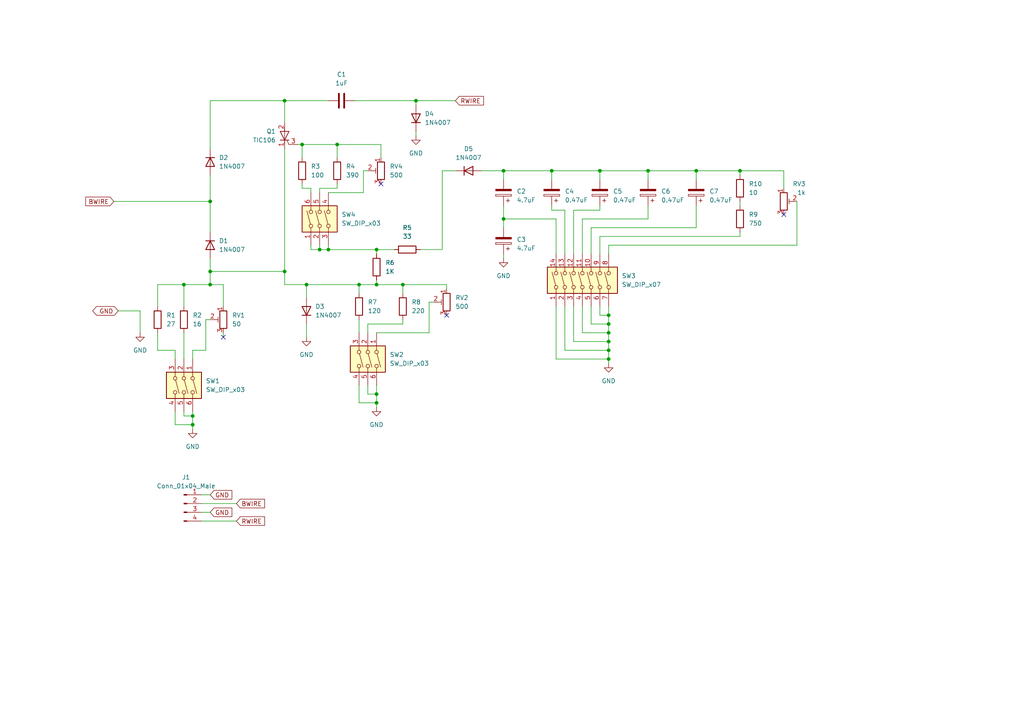
<source format=kicad_sch>
(kicad_sch (version 20230121) (generator eeschema)

  (uuid e63e39d7-6ac0-4ffd-8aa3-1841a4541b55)

  (paper "A4")

  (title_block
    (title "Mk2.1 THT CDI")
    (date "2023-11-08")
    (rev "2.1")
    (company "MBI Ignitions")
  )

  (lib_symbols
    (symbol "Connector:Conn_01x04_Male" (pin_names (offset 1.016) hide) (in_bom yes) (on_board yes)
      (property "Reference" "J" (at 0 5.08 0)
        (effects (font (size 1.27 1.27)))
      )
      (property "Value" "Conn_01x04_Male" (at 0 -7.62 0)
        (effects (font (size 1.27 1.27)))
      )
      (property "Footprint" "" (at 0 0 0)
        (effects (font (size 1.27 1.27)) hide)
      )
      (property "Datasheet" "~" (at 0 0 0)
        (effects (font (size 1.27 1.27)) hide)
      )
      (property "ki_keywords" "connector" (at 0 0 0)
        (effects (font (size 1.27 1.27)) hide)
      )
      (property "ki_description" "Generic connector, single row, 01x04, script generated (kicad-library-utils/schlib/autogen/connector/)" (at 0 0 0)
        (effects (font (size 1.27 1.27)) hide)
      )
      (property "ki_fp_filters" "Connector*:*_1x??_*" (at 0 0 0)
        (effects (font (size 1.27 1.27)) hide)
      )
      (symbol "Conn_01x04_Male_1_1"
        (polyline
          (pts
            (xy 1.27 -5.08)
            (xy 0.8636 -5.08)
          )
          (stroke (width 0.1524) (type default))
          (fill (type none))
        )
        (polyline
          (pts
            (xy 1.27 -2.54)
            (xy 0.8636 -2.54)
          )
          (stroke (width 0.1524) (type default))
          (fill (type none))
        )
        (polyline
          (pts
            (xy 1.27 0)
            (xy 0.8636 0)
          )
          (stroke (width 0.1524) (type default))
          (fill (type none))
        )
        (polyline
          (pts
            (xy 1.27 2.54)
            (xy 0.8636 2.54)
          )
          (stroke (width 0.1524) (type default))
          (fill (type none))
        )
        (rectangle (start 0.8636 -4.953) (end 0 -5.207)
          (stroke (width 0.1524) (type default))
          (fill (type outline))
        )
        (rectangle (start 0.8636 -2.413) (end 0 -2.667)
          (stroke (width 0.1524) (type default))
          (fill (type outline))
        )
        (rectangle (start 0.8636 0.127) (end 0 -0.127)
          (stroke (width 0.1524) (type default))
          (fill (type outline))
        )
        (rectangle (start 0.8636 2.667) (end 0 2.413)
          (stroke (width 0.1524) (type default))
          (fill (type outline))
        )
        (pin passive line (at 5.08 2.54 180) (length 3.81)
          (name "Pin_1" (effects (font (size 1.27 1.27))))
          (number "1" (effects (font (size 1.27 1.27))))
        )
        (pin passive line (at 5.08 0 180) (length 3.81)
          (name "Pin_2" (effects (font (size 1.27 1.27))))
          (number "2" (effects (font (size 1.27 1.27))))
        )
        (pin passive line (at 5.08 -2.54 180) (length 3.81)
          (name "Pin_3" (effects (font (size 1.27 1.27))))
          (number "3" (effects (font (size 1.27 1.27))))
        )
        (pin passive line (at 5.08 -5.08 180) (length 3.81)
          (name "Pin_4" (effects (font (size 1.27 1.27))))
          (number "4" (effects (font (size 1.27 1.27))))
        )
      )
    )
    (symbol "Device:C" (pin_numbers hide) (pin_names (offset 0.254)) (in_bom yes) (on_board yes)
      (property "Reference" "C" (at 0.635 2.54 0)
        (effects (font (size 1.27 1.27)) (justify left))
      )
      (property "Value" "C" (at 0.635 -2.54 0)
        (effects (font (size 1.27 1.27)) (justify left))
      )
      (property "Footprint" "" (at 0.9652 -3.81 0)
        (effects (font (size 1.27 1.27)) hide)
      )
      (property "Datasheet" "~" (at 0 0 0)
        (effects (font (size 1.27 1.27)) hide)
      )
      (property "ki_keywords" "cap capacitor" (at 0 0 0)
        (effects (font (size 1.27 1.27)) hide)
      )
      (property "ki_description" "Unpolarized capacitor" (at 0 0 0)
        (effects (font (size 1.27 1.27)) hide)
      )
      (property "ki_fp_filters" "C_*" (at 0 0 0)
        (effects (font (size 1.27 1.27)) hide)
      )
      (symbol "C_0_1"
        (polyline
          (pts
            (xy -2.032 -0.762)
            (xy 2.032 -0.762)
          )
          (stroke (width 0.508) (type default))
          (fill (type none))
        )
        (polyline
          (pts
            (xy -2.032 0.762)
            (xy 2.032 0.762)
          )
          (stroke (width 0.508) (type default))
          (fill (type none))
        )
      )
      (symbol "C_1_1"
        (pin passive line (at 0 3.81 270) (length 2.794)
          (name "~" (effects (font (size 1.27 1.27))))
          (number "1" (effects (font (size 1.27 1.27))))
        )
        (pin passive line (at 0 -3.81 90) (length 2.794)
          (name "~" (effects (font (size 1.27 1.27))))
          (number "2" (effects (font (size 1.27 1.27))))
        )
      )
    )
    (symbol "Device:C_Polarized" (pin_numbers hide) (pin_names (offset 0.254)) (in_bom yes) (on_board yes)
      (property "Reference" "C" (at 0.635 2.54 0)
        (effects (font (size 1.27 1.27)) (justify left))
      )
      (property "Value" "C_Polarized" (at 0.635 -2.54 0)
        (effects (font (size 1.27 1.27)) (justify left))
      )
      (property "Footprint" "" (at 0.9652 -3.81 0)
        (effects (font (size 1.27 1.27)) hide)
      )
      (property "Datasheet" "~" (at 0 0 0)
        (effects (font (size 1.27 1.27)) hide)
      )
      (property "ki_keywords" "cap capacitor" (at 0 0 0)
        (effects (font (size 1.27 1.27)) hide)
      )
      (property "ki_description" "Polarized capacitor" (at 0 0 0)
        (effects (font (size 1.27 1.27)) hide)
      )
      (property "ki_fp_filters" "CP_*" (at 0 0 0)
        (effects (font (size 1.27 1.27)) hide)
      )
      (symbol "C_Polarized_0_1"
        (rectangle (start -2.286 0.508) (end 2.286 1.016)
          (stroke (width 0) (type default))
          (fill (type none))
        )
        (polyline
          (pts
            (xy -1.778 2.286)
            (xy -0.762 2.286)
          )
          (stroke (width 0) (type default))
          (fill (type none))
        )
        (polyline
          (pts
            (xy -1.27 2.794)
            (xy -1.27 1.778)
          )
          (stroke (width 0) (type default))
          (fill (type none))
        )
        (rectangle (start 2.286 -0.508) (end -2.286 -1.016)
          (stroke (width 0) (type default))
          (fill (type outline))
        )
      )
      (symbol "C_Polarized_1_1"
        (pin passive line (at 0 3.81 270) (length 2.794)
          (name "~" (effects (font (size 1.27 1.27))))
          (number "1" (effects (font (size 1.27 1.27))))
        )
        (pin passive line (at 0 -3.81 90) (length 2.794)
          (name "~" (effects (font (size 1.27 1.27))))
          (number "2" (effects (font (size 1.27 1.27))))
        )
      )
    )
    (symbol "Device:R" (pin_numbers hide) (pin_names (offset 0)) (in_bom yes) (on_board yes)
      (property "Reference" "R" (at 2.032 0 90)
        (effects (font (size 1.27 1.27)))
      )
      (property "Value" "R" (at 0 0 90)
        (effects (font (size 1.27 1.27)))
      )
      (property "Footprint" "" (at -1.778 0 90)
        (effects (font (size 1.27 1.27)) hide)
      )
      (property "Datasheet" "~" (at 0 0 0)
        (effects (font (size 1.27 1.27)) hide)
      )
      (property "ki_keywords" "R res resistor" (at 0 0 0)
        (effects (font (size 1.27 1.27)) hide)
      )
      (property "ki_description" "Resistor" (at 0 0 0)
        (effects (font (size 1.27 1.27)) hide)
      )
      (property "ki_fp_filters" "R_*" (at 0 0 0)
        (effects (font (size 1.27 1.27)) hide)
      )
      (symbol "R_0_1"
        (rectangle (start -1.016 -2.54) (end 1.016 2.54)
          (stroke (width 0.254) (type default))
          (fill (type none))
        )
      )
      (symbol "R_1_1"
        (pin passive line (at 0 3.81 270) (length 1.27)
          (name "~" (effects (font (size 1.27 1.27))))
          (number "1" (effects (font (size 1.27 1.27))))
        )
        (pin passive line (at 0 -3.81 90) (length 1.27)
          (name "~" (effects (font (size 1.27 1.27))))
          (number "2" (effects (font (size 1.27 1.27))))
        )
      )
    )
    (symbol "Device:R_Potentiometer_Trim" (pin_names (offset 1.016) hide) (in_bom yes) (on_board yes)
      (property "Reference" "RV" (at -4.445 0 90)
        (effects (font (size 1.27 1.27)))
      )
      (property "Value" "R_Potentiometer_Trim" (at -2.54 0 90)
        (effects (font (size 1.27 1.27)))
      )
      (property "Footprint" "" (at 0 0 0)
        (effects (font (size 1.27 1.27)) hide)
      )
      (property "Datasheet" "~" (at 0 0 0)
        (effects (font (size 1.27 1.27)) hide)
      )
      (property "ki_keywords" "resistor variable trimpot trimmer" (at 0 0 0)
        (effects (font (size 1.27 1.27)) hide)
      )
      (property "ki_description" "Trim-potentiometer" (at 0 0 0)
        (effects (font (size 1.27 1.27)) hide)
      )
      (property "ki_fp_filters" "Potentiometer*" (at 0 0 0)
        (effects (font (size 1.27 1.27)) hide)
      )
      (symbol "R_Potentiometer_Trim_0_1"
        (polyline
          (pts
            (xy 1.524 0.762)
            (xy 1.524 -0.762)
          )
          (stroke (width 0) (type default))
          (fill (type none))
        )
        (polyline
          (pts
            (xy 2.54 0)
            (xy 1.524 0)
          )
          (stroke (width 0) (type default))
          (fill (type none))
        )
        (rectangle (start 1.016 2.54) (end -1.016 -2.54)
          (stroke (width 0.254) (type default))
          (fill (type none))
        )
      )
      (symbol "R_Potentiometer_Trim_1_1"
        (pin passive line (at 0 3.81 270) (length 1.27)
          (name "1" (effects (font (size 1.27 1.27))))
          (number "1" (effects (font (size 1.27 1.27))))
        )
        (pin passive line (at 3.81 0 180) (length 1.27)
          (name "2" (effects (font (size 1.27 1.27))))
          (number "2" (effects (font (size 1.27 1.27))))
        )
        (pin passive line (at 0 -3.81 90) (length 1.27)
          (name "3" (effects (font (size 1.27 1.27))))
          (number "3" (effects (font (size 1.27 1.27))))
        )
      )
    )
    (symbol "Diode:1N4007" (pin_numbers hide) (pin_names (offset 1.016) hide) (in_bom yes) (on_board yes)
      (property "Reference" "D" (at 0 2.54 0)
        (effects (font (size 1.27 1.27)))
      )
      (property "Value" "1N4007" (at 0 -2.54 0)
        (effects (font (size 1.27 1.27)))
      )
      (property "Footprint" "Diode_THT:D_DO-41_SOD81_P10.16mm_Horizontal" (at 0 -4.445 0)
        (effects (font (size 1.27 1.27)) hide)
      )
      (property "Datasheet" "http://www.vishay.com/docs/88503/1n4001.pdf" (at 0 0 0)
        (effects (font (size 1.27 1.27)) hide)
      )
      (property "ki_keywords" "diode" (at 0 0 0)
        (effects (font (size 1.27 1.27)) hide)
      )
      (property "ki_description" "1000V 1A General Purpose Rectifier Diode, DO-41" (at 0 0 0)
        (effects (font (size 1.27 1.27)) hide)
      )
      (property "ki_fp_filters" "D*DO?41*" (at 0 0 0)
        (effects (font (size 1.27 1.27)) hide)
      )
      (symbol "1N4007_0_1"
        (polyline
          (pts
            (xy -1.27 1.27)
            (xy -1.27 -1.27)
          )
          (stroke (width 0.254) (type default))
          (fill (type none))
        )
        (polyline
          (pts
            (xy 1.27 0)
            (xy -1.27 0)
          )
          (stroke (width 0) (type default))
          (fill (type none))
        )
        (polyline
          (pts
            (xy 1.27 1.27)
            (xy 1.27 -1.27)
            (xy -1.27 0)
            (xy 1.27 1.27)
          )
          (stroke (width 0.254) (type default))
          (fill (type none))
        )
      )
      (symbol "1N4007_1_1"
        (pin passive line (at -3.81 0 0) (length 2.54)
          (name "K" (effects (font (size 1.27 1.27))))
          (number "1" (effects (font (size 1.27 1.27))))
        )
        (pin passive line (at 3.81 0 180) (length 2.54)
          (name "A" (effects (font (size 1.27 1.27))))
          (number "2" (effects (font (size 1.27 1.27))))
        )
      )
    )
    (symbol "Switch:SW_DIP_x03" (pin_names (offset 0) hide) (in_bom yes) (on_board yes)
      (property "Reference" "SW" (at 0 8.89 0)
        (effects (font (size 1.27 1.27)))
      )
      (property "Value" "SW_DIP_x03" (at 0 -3.81 0)
        (effects (font (size 1.27 1.27)))
      )
      (property "Footprint" "" (at 0 0 0)
        (effects (font (size 1.27 1.27)) hide)
      )
      (property "Datasheet" "~" (at 0 0 0)
        (effects (font (size 1.27 1.27)) hide)
      )
      (property "ki_keywords" "dip switch" (at 0 0 0)
        (effects (font (size 1.27 1.27)) hide)
      )
      (property "ki_description" "3x DIP Switch, Single Pole Single Throw (SPST) switch, small symbol" (at 0 0 0)
        (effects (font (size 1.27 1.27)) hide)
      )
      (property "ki_fp_filters" "SW?DIP?x3*" (at 0 0 0)
        (effects (font (size 1.27 1.27)) hide)
      )
      (symbol "SW_DIP_x03_0_0"
        (circle (center -2.032 0) (radius 0.508)
          (stroke (width 0) (type default))
          (fill (type none))
        )
        (circle (center -2.032 2.54) (radius 0.508)
          (stroke (width 0) (type default))
          (fill (type none))
        )
        (circle (center -2.032 5.08) (radius 0.508)
          (stroke (width 0) (type default))
          (fill (type none))
        )
        (polyline
          (pts
            (xy -1.524 0.127)
            (xy 2.3622 1.1684)
          )
          (stroke (width 0) (type default))
          (fill (type none))
        )
        (polyline
          (pts
            (xy -1.524 2.667)
            (xy 2.3622 3.7084)
          )
          (stroke (width 0) (type default))
          (fill (type none))
        )
        (polyline
          (pts
            (xy -1.524 5.207)
            (xy 2.3622 6.2484)
          )
          (stroke (width 0) (type default))
          (fill (type none))
        )
        (circle (center 2.032 0) (radius 0.508)
          (stroke (width 0) (type default))
          (fill (type none))
        )
        (circle (center 2.032 2.54) (radius 0.508)
          (stroke (width 0) (type default))
          (fill (type none))
        )
        (circle (center 2.032 5.08) (radius 0.508)
          (stroke (width 0) (type default))
          (fill (type none))
        )
      )
      (symbol "SW_DIP_x03_0_1"
        (rectangle (start -3.81 7.62) (end 3.81 -2.54)
          (stroke (width 0.254) (type default))
          (fill (type background))
        )
      )
      (symbol "SW_DIP_x03_1_1"
        (pin passive line (at -7.62 5.08 0) (length 5.08)
          (name "~" (effects (font (size 1.27 1.27))))
          (number "1" (effects (font (size 1.27 1.27))))
        )
        (pin passive line (at -7.62 2.54 0) (length 5.08)
          (name "~" (effects (font (size 1.27 1.27))))
          (number "2" (effects (font (size 1.27 1.27))))
        )
        (pin passive line (at -7.62 0 0) (length 5.08)
          (name "~" (effects (font (size 1.27 1.27))))
          (number "3" (effects (font (size 1.27 1.27))))
        )
        (pin passive line (at 7.62 0 180) (length 5.08)
          (name "~" (effects (font (size 1.27 1.27))))
          (number "4" (effects (font (size 1.27 1.27))))
        )
        (pin passive line (at 7.62 2.54 180) (length 5.08)
          (name "~" (effects (font (size 1.27 1.27))))
          (number "5" (effects (font (size 1.27 1.27))))
        )
        (pin passive line (at 7.62 5.08 180) (length 5.08)
          (name "~" (effects (font (size 1.27 1.27))))
          (number "6" (effects (font (size 1.27 1.27))))
        )
      )
    )
    (symbol "Switch:SW_DIP_x07" (pin_names (offset 0) hide) (in_bom yes) (on_board yes)
      (property "Reference" "SW" (at 0 13.97 0)
        (effects (font (size 1.27 1.27)))
      )
      (property "Value" "SW_DIP_x07" (at 0 -8.89 0)
        (effects (font (size 1.27 1.27)))
      )
      (property "Footprint" "" (at 0 0 0)
        (effects (font (size 1.27 1.27)) hide)
      )
      (property "Datasheet" "~" (at 0 0 0)
        (effects (font (size 1.27 1.27)) hide)
      )
      (property "ki_keywords" "dip switch" (at 0 0 0)
        (effects (font (size 1.27 1.27)) hide)
      )
      (property "ki_description" "7x DIP Switch, Single Pole Single Throw (SPST) switch, small symbol" (at 0 0 0)
        (effects (font (size 1.27 1.27)) hide)
      )
      (property "ki_fp_filters" "SW?DIP?x7*" (at 0 0 0)
        (effects (font (size 1.27 1.27)) hide)
      )
      (symbol "SW_DIP_x07_0_0"
        (circle (center -2.032 -5.08) (radius 0.508)
          (stroke (width 0) (type default))
          (fill (type none))
        )
        (circle (center -2.032 -2.54) (radius 0.508)
          (stroke (width 0) (type default))
          (fill (type none))
        )
        (circle (center -2.032 0) (radius 0.508)
          (stroke (width 0) (type default))
          (fill (type none))
        )
        (circle (center -2.032 2.54) (radius 0.508)
          (stroke (width 0) (type default))
          (fill (type none))
        )
        (circle (center -2.032 5.08) (radius 0.508)
          (stroke (width 0) (type default))
          (fill (type none))
        )
        (circle (center -2.032 7.62) (radius 0.508)
          (stroke (width 0) (type default))
          (fill (type none))
        )
        (circle (center -2.032 10.16) (radius 0.508)
          (stroke (width 0) (type default))
          (fill (type none))
        )
        (polyline
          (pts
            (xy -1.524 -4.9276)
            (xy 2.3622 -3.8862)
          )
          (stroke (width 0) (type default))
          (fill (type none))
        )
        (polyline
          (pts
            (xy -1.524 -2.3876)
            (xy 2.3622 -1.3462)
          )
          (stroke (width 0) (type default))
          (fill (type none))
        )
        (polyline
          (pts
            (xy -1.524 0.127)
            (xy 2.3622 1.1684)
          )
          (stroke (width 0) (type default))
          (fill (type none))
        )
        (polyline
          (pts
            (xy -1.524 2.667)
            (xy 2.3622 3.7084)
          )
          (stroke (width 0) (type default))
          (fill (type none))
        )
        (polyline
          (pts
            (xy -1.524 5.207)
            (xy 2.3622 6.2484)
          )
          (stroke (width 0) (type default))
          (fill (type none))
        )
        (polyline
          (pts
            (xy -1.524 7.747)
            (xy 2.3622 8.7884)
          )
          (stroke (width 0) (type default))
          (fill (type none))
        )
        (polyline
          (pts
            (xy -1.524 10.287)
            (xy 2.3622 11.3284)
          )
          (stroke (width 0) (type default))
          (fill (type none))
        )
        (circle (center 2.032 -5.08) (radius 0.508)
          (stroke (width 0) (type default))
          (fill (type none))
        )
        (circle (center 2.032 -2.54) (radius 0.508)
          (stroke (width 0) (type default))
          (fill (type none))
        )
        (circle (center 2.032 0) (radius 0.508)
          (stroke (width 0) (type default))
          (fill (type none))
        )
        (circle (center 2.032 2.54) (radius 0.508)
          (stroke (width 0) (type default))
          (fill (type none))
        )
        (circle (center 2.032 5.08) (radius 0.508)
          (stroke (width 0) (type default))
          (fill (type none))
        )
        (circle (center 2.032 7.62) (radius 0.508)
          (stroke (width 0) (type default))
          (fill (type none))
        )
        (circle (center 2.032 10.16) (radius 0.508)
          (stroke (width 0) (type default))
          (fill (type none))
        )
      )
      (symbol "SW_DIP_x07_0_1"
        (rectangle (start -3.81 12.7) (end 3.81 -7.62)
          (stroke (width 0.254) (type default))
          (fill (type background))
        )
      )
      (symbol "SW_DIP_x07_1_1"
        (pin passive line (at -7.62 10.16 0) (length 5.08)
          (name "~" (effects (font (size 1.27 1.27))))
          (number "1" (effects (font (size 1.27 1.27))))
        )
        (pin passive line (at 7.62 0 180) (length 5.08)
          (name "~" (effects (font (size 1.27 1.27))))
          (number "10" (effects (font (size 1.27 1.27))))
        )
        (pin passive line (at 7.62 2.54 180) (length 5.08)
          (name "~" (effects (font (size 1.27 1.27))))
          (number "11" (effects (font (size 1.27 1.27))))
        )
        (pin passive line (at 7.62 5.08 180) (length 5.08)
          (name "~" (effects (font (size 1.27 1.27))))
          (number "12" (effects (font (size 1.27 1.27))))
        )
        (pin passive line (at 7.62 7.62 180) (length 5.08)
          (name "~" (effects (font (size 1.27 1.27))))
          (number "13" (effects (font (size 1.27 1.27))))
        )
        (pin passive line (at 7.62 10.16 180) (length 5.08)
          (name "~" (effects (font (size 1.27 1.27))))
          (number "14" (effects (font (size 1.27 1.27))))
        )
        (pin passive line (at -7.62 7.62 0) (length 5.08)
          (name "~" (effects (font (size 1.27 1.27))))
          (number "2" (effects (font (size 1.27 1.27))))
        )
        (pin passive line (at -7.62 5.08 0) (length 5.08)
          (name "~" (effects (font (size 1.27 1.27))))
          (number "3" (effects (font (size 1.27 1.27))))
        )
        (pin passive line (at -7.62 2.54 0) (length 5.08)
          (name "~" (effects (font (size 1.27 1.27))))
          (number "4" (effects (font (size 1.27 1.27))))
        )
        (pin passive line (at -7.62 0 0) (length 5.08)
          (name "~" (effects (font (size 1.27 1.27))))
          (number "5" (effects (font (size 1.27 1.27))))
        )
        (pin passive line (at -7.62 -2.54 0) (length 5.08)
          (name "~" (effects (font (size 1.27 1.27))))
          (number "6" (effects (font (size 1.27 1.27))))
        )
        (pin passive line (at -7.62 -5.08 0) (length 5.08)
          (name "~" (effects (font (size 1.27 1.27))))
          (number "7" (effects (font (size 1.27 1.27))))
        )
        (pin passive line (at 7.62 -5.08 180) (length 5.08)
          (name "~" (effects (font (size 1.27 1.27))))
          (number "8" (effects (font (size 1.27 1.27))))
        )
        (pin passive line (at 7.62 -2.54 180) (length 5.08)
          (name "~" (effects (font (size 1.27 1.27))))
          (number "9" (effects (font (size 1.27 1.27))))
        )
      )
    )
    (symbol "Triac_Thyristor:TIC106" (pin_names (offset 0) hide) (in_bom yes) (on_board yes)
      (property "Reference" "Q" (at 2.54 1.905 0)
        (effects (font (size 1.27 1.27)) (justify left))
      )
      (property "Value" "TIC106" (at 2.54 0 0)
        (effects (font (size 1.27 1.27)) (justify left))
      )
      (property "Footprint" "Package_TO_SOT_THT:TO-220-3_Vertical" (at 2.54 -1.905 0)
        (effects (font (size 1.27 1.27) italic) (justify left) hide)
      )
      (property "Datasheet" "http://pdf.datasheetcatalog.com/datasheet/PowerInnovations/mXyzrtvs.pdf" (at 0 0 0)
        (effects (font (size 1.27 1.27)) (justify left) hide)
      )
      (property "ki_keywords" "thyristor" (at 0 0 0)
        (effects (font (size 1.27 1.27)) hide)
      )
      (property "ki_description" "5A Ion, 400-800V Voff, Silicon Controlled Rectifier (Thyristor), TO-220" (at 0 0 0)
        (effects (font (size 1.27 1.27)) hide)
      )
      (property "ki_fp_filters" "TO?220*" (at 0 0 0)
        (effects (font (size 1.27 1.27)) hide)
      )
      (symbol "TIC106_0_1"
        (polyline
          (pts
            (xy -1.27 -2.54)
            (xy -0.635 -1.27)
          )
          (stroke (width 0) (type default))
          (fill (type none))
        )
        (polyline
          (pts
            (xy -1.27 -1.27)
            (xy 1.27 -1.27)
          )
          (stroke (width 0.2032) (type default))
          (fill (type none))
        )
        (polyline
          (pts
            (xy 0 -2.54)
            (xy 0 2.54)
          )
          (stroke (width 0) (type default))
          (fill (type none))
        )
        (polyline
          (pts
            (xy -1.27 1.27)
            (xy 1.27 1.27)
            (xy 0 -1.27)
            (xy -1.27 1.27)
          )
          (stroke (width 0.2032) (type default))
          (fill (type none))
        )
      )
      (symbol "TIC106_1_1"
        (pin passive line (at 0 -3.81 90) (length 2.54)
          (name "K" (effects (font (size 1.27 1.27))))
          (number "1" (effects (font (size 1.27 1.27))))
        )
        (pin passive line (at 0 3.81 270) (length 2.54)
          (name "A" (effects (font (size 1.27 1.27))))
          (number "2" (effects (font (size 1.27 1.27))))
        )
        (pin input line (at -3.81 -2.54 0) (length 2.54)
          (name "G" (effects (font (size 1.27 1.27))))
          (number "3" (effects (font (size 1.27 1.27))))
        )
      )
    )
    (symbol "power:GND" (power) (pin_names (offset 0)) (in_bom yes) (on_board yes)
      (property "Reference" "#PWR" (at 0 -6.35 0)
        (effects (font (size 1.27 1.27)) hide)
      )
      (property "Value" "GND" (at 0 -3.81 0)
        (effects (font (size 1.27 1.27)))
      )
      (property "Footprint" "" (at 0 0 0)
        (effects (font (size 1.27 1.27)) hide)
      )
      (property "Datasheet" "" (at 0 0 0)
        (effects (font (size 1.27 1.27)) hide)
      )
      (property "ki_keywords" "power-flag" (at 0 0 0)
        (effects (font (size 1.27 1.27)) hide)
      )
      (property "ki_description" "Power symbol creates a global label with name \"GND\" , ground" (at 0 0 0)
        (effects (font (size 1.27 1.27)) hide)
      )
      (symbol "GND_0_1"
        (polyline
          (pts
            (xy 0 0)
            (xy 0 -1.27)
            (xy 1.27 -1.27)
            (xy 0 -2.54)
            (xy -1.27 -1.27)
            (xy 0 -1.27)
          )
          (stroke (width 0) (type default))
          (fill (type none))
        )
      )
      (symbol "GND_1_1"
        (pin power_in line (at 0 0 270) (length 0) hide
          (name "GND" (effects (font (size 1.27 1.27))))
          (number "1" (effects (font (size 1.27 1.27))))
        )
      )
    )
  )

  (junction (at 92.71 72.39) (diameter 0) (color 0 0 0 0)
    (uuid 03552686-1c52-43c2-8a98-bfddf89358f6)
  )
  (junction (at 109.22 72.39) (diameter 0) (color 0 0 0 0)
    (uuid 08a50629-8dd3-4bce-9aee-76884f9d6468)
  )
  (junction (at 173.99 49.53) (diameter 0) (color 0 0 0 0)
    (uuid 19e4a7bd-cf26-464e-8e67-e9626a57548c)
  )
  (junction (at 176.53 93.98) (diameter 0) (color 0 0 0 0)
    (uuid 1cde6beb-ef55-4eae-b5c4-483bad9264c5)
  )
  (junction (at 160.02 49.53) (diameter 0) (color 0 0 0 0)
    (uuid 22942ea6-ecd8-453c-a0dd-121a5191b18c)
  )
  (junction (at 201.93 49.53) (diameter 0) (color 0 0 0 0)
    (uuid 2d087c84-7bdd-4b4b-8942-9c9eab357cdc)
  )
  (junction (at 60.96 82.55) (diameter 0) (color 0 0 0 0)
    (uuid 2ea61874-0056-4426-beb6-2a1de0b257c3)
  )
  (junction (at 116.84 82.55) (diameter 0) (color 0 0 0 0)
    (uuid 32f0a403-cfdc-42e8-87e5-d666aff8c044)
  )
  (junction (at 146.05 63.5) (diameter 0) (color 0 0 0 0)
    (uuid 37678661-1a5d-4895-8b10-90c5e7b67f0b)
  )
  (junction (at 214.63 49.53) (diameter 0) (color 0 0 0 0)
    (uuid 3e9e612f-f9a4-4e44-865f-571108f0fb06)
  )
  (junction (at 176.53 99.06) (diameter 0) (color 0 0 0 0)
    (uuid 4000d2f6-8fa4-4228-9ab0-db721ee40b67)
  )
  (junction (at 82.55 29.21) (diameter 0) (color 0 0 0 0)
    (uuid 415cf57a-0d44-4d16-af36-472bcc01eccb)
  )
  (junction (at 104.14 82.55) (diameter 0) (color 0 0 0 0)
    (uuid 5d41b832-6aa9-4da9-9d05-a22b1df93fc6)
  )
  (junction (at 82.55 78.74) (diameter 0) (color 0 0 0 0)
    (uuid 6bcae9cc-bd52-4f97-82ef-304a9a747f94)
  )
  (junction (at 53.34 82.55) (diameter 0) (color 0 0 0 0)
    (uuid 7b6fc01a-f956-468b-a0a2-b0d899ee2594)
  )
  (junction (at 109.22 114.3) (diameter 0) (color 0 0 0 0)
    (uuid 807a7891-b45b-47a4-8b79-f76395b6032e)
  )
  (junction (at 55.88 123.19) (diameter 0) (color 0 0 0 0)
    (uuid 819b852e-c155-48f0-b8e5-e2fde00fab3a)
  )
  (junction (at 109.22 116.84) (diameter 0) (color 0 0 0 0)
    (uuid 82a90260-d0f7-4d5d-adab-80c2d4761c3c)
  )
  (junction (at 120.65 29.21) (diameter 0) (color 0 0 0 0)
    (uuid 8ed6867a-1119-4951-b9ff-c1cd55c3a203)
  )
  (junction (at 95.25 72.39) (diameter 0) (color 0 0 0 0)
    (uuid 95f7bf9c-4abe-48ba-9550-e9ca1450c370)
  )
  (junction (at 60.96 58.42) (diameter 0) (color 0 0 0 0)
    (uuid 981f8569-562f-41cc-a1e4-d41b71ea4fa6)
  )
  (junction (at 176.53 101.6) (diameter 0) (color 0 0 0 0)
    (uuid 9c9a4cf3-f297-445b-8958-2ff1e4dedf1d)
  )
  (junction (at 60.96 78.74) (diameter 0) (color 0 0 0 0)
    (uuid a456bd40-b2fd-424c-b931-b7b320bd8eee)
  )
  (junction (at 88.9 82.55) (diameter 0) (color 0 0 0 0)
    (uuid ac426d35-7004-4220-a697-1347ebd6934b)
  )
  (junction (at 176.53 96.52) (diameter 0) (color 0 0 0 0)
    (uuid b3ea1031-e647-4866-8f67-02b8c89d7299)
  )
  (junction (at 87.63 41.91) (diameter 0) (color 0 0 0 0)
    (uuid c43dd1f7-77d6-455f-a299-997f7b72b464)
  )
  (junction (at 109.22 82.55) (diameter 0) (color 0 0 0 0)
    (uuid c449e138-ac44-4fd0-8140-0a8b0c311c23)
  )
  (junction (at 176.53 104.14) (diameter 0) (color 0 0 0 0)
    (uuid d60aff94-fda9-41d4-ab3f-657746fa3021)
  )
  (junction (at 187.96 49.53) (diameter 0) (color 0 0 0 0)
    (uuid e021b461-5cdb-415c-b5e7-16b132d7e9b7)
  )
  (junction (at 97.79 41.91) (diameter 0) (color 0 0 0 0)
    (uuid e0761ba1-a074-4bd0-b78c-129607e125d9)
  )
  (junction (at 55.88 120.65) (diameter 0) (color 0 0 0 0)
    (uuid f2196092-4c1a-446e-8066-e1136fa43236)
  )
  (junction (at 176.53 91.44) (diameter 0) (color 0 0 0 0)
    (uuid fce3846e-cf4c-474e-a7b1-75ed9ac9e834)
  )
  (junction (at 146.05 49.53) (diameter 0) (color 0 0 0 0)
    (uuid ff4395eb-23d5-4218-b751-c7e3defe155a)
  )

  (no_connect (at 129.54 91.44) (uuid 70a122ac-d66c-4483-abad-433150fe3132))
  (no_connect (at 110.49 53.34) (uuid 85601542-7f47-4c0d-b9bc-572a474f739d))
  (no_connect (at 64.77 97.79) (uuid f88dfef8-8d41-455d-98b9-e505b0fe42a0))
  (no_connect (at 227.33 62.23) (uuid fd3be63d-50ef-45e5-b943-84a81cb82735))

  (wire (pts (xy 231.14 71.12) (xy 176.53 71.12))
    (stroke (width 0) (type default))
    (uuid 00d2177d-69a9-4ec5-a940-38f6de4caa1c)
  )
  (wire (pts (xy 124.46 87.63) (xy 124.46 96.52))
    (stroke (width 0) (type default))
    (uuid 0215e369-b56d-426a-b4bb-2f114fd95218)
  )
  (wire (pts (xy 55.88 119.38) (xy 55.88 120.65))
    (stroke (width 0) (type default))
    (uuid 055070ff-ea82-434c-b5fa-a44a79f382ba)
  )
  (wire (pts (xy 95.25 71.12) (xy 95.25 72.39))
    (stroke (width 0) (type default))
    (uuid 089ba6bb-a7d9-4641-b3bc-6639fd8a41ea)
  )
  (wire (pts (xy 214.63 68.58) (xy 214.63 67.31))
    (stroke (width 0) (type default))
    (uuid 0c3f6361-1ee8-430f-a241-d3fd2d9e3162)
  )
  (wire (pts (xy 60.96 78.74) (xy 60.96 82.55))
    (stroke (width 0) (type default))
    (uuid 100d2a3a-3563-41d1-8d8a-ddb39323c253)
  )
  (wire (pts (xy 92.71 72.39) (xy 95.25 72.39))
    (stroke (width 0) (type default))
    (uuid 10ae6c0f-a915-4668-a626-a7cec8f87bb8)
  )
  (wire (pts (xy 105.41 55.88) (xy 95.25 55.88))
    (stroke (width 0) (type default))
    (uuid 13cf1a87-f124-4ee9-84bb-bc85910415fd)
  )
  (wire (pts (xy 171.45 93.98) (xy 176.53 93.98))
    (stroke (width 0) (type default))
    (uuid 14748745-6cf1-49bc-9f19-cf1d1a55f1fb)
  )
  (wire (pts (xy 116.84 93.98) (xy 106.68 93.98))
    (stroke (width 0) (type default))
    (uuid 172bf255-2d40-4110-b8c8-65efa3f60cdf)
  )
  (wire (pts (xy 168.91 96.52) (xy 176.53 96.52))
    (stroke (width 0) (type default))
    (uuid 17575a32-98c9-4833-92f2-60b094d67482)
  )
  (wire (pts (xy 55.88 120.65) (xy 55.88 123.19))
    (stroke (width 0) (type default))
    (uuid 1b024b83-1caf-4f63-a565-bc82d1a36a6e)
  )
  (wire (pts (xy 173.99 49.53) (xy 187.96 49.53))
    (stroke (width 0) (type default))
    (uuid 1b7a8551-8418-4445-83e0-51835a2e8812)
  )
  (wire (pts (xy 87.63 41.91) (xy 87.63 45.72))
    (stroke (width 0) (type default))
    (uuid 1c64d0f3-c609-49ff-9ac7-b9500df227b4)
  )
  (wire (pts (xy 187.96 49.53) (xy 187.96 52.07))
    (stroke (width 0) (type default))
    (uuid 1e07c9f0-74de-4840-ba33-a15bea83a970)
  )
  (wire (pts (xy 116.84 82.55) (xy 109.22 82.55))
    (stroke (width 0) (type default))
    (uuid 1ee6f22c-79bb-4b5c-a94c-939f34e6fc8b)
  )
  (wire (pts (xy 82.55 78.74) (xy 60.96 78.74))
    (stroke (width 0) (type default))
    (uuid 1f095f88-a709-4dce-b0ed-23ea45ee11aa)
  )
  (wire (pts (xy 58.42 148.59) (xy 60.96 148.59))
    (stroke (width 0) (type default))
    (uuid 21a04296-e22f-4b1b-87d6-6f60c4df0881)
  )
  (wire (pts (xy 171.45 88.9) (xy 171.45 93.98))
    (stroke (width 0) (type default))
    (uuid 22bd3d1c-69a8-4d4e-be8a-0f941c2b369a)
  )
  (wire (pts (xy 201.93 66.04) (xy 201.93 59.69))
    (stroke (width 0) (type default))
    (uuid 2536c937-7a13-45f5-9fc6-194b653386c2)
  )
  (wire (pts (xy 120.65 30.48) (xy 120.65 29.21))
    (stroke (width 0) (type default))
    (uuid 273f04ab-fbda-4ea9-9e08-8427a03707b2)
  )
  (wire (pts (xy 55.88 123.19) (xy 55.88 124.46))
    (stroke (width 0) (type default))
    (uuid 2775c23a-1aa9-4e45-860c-27191cd2cb05)
  )
  (wire (pts (xy 64.77 97.79) (xy 64.77 96.52))
    (stroke (width 0) (type default))
    (uuid 281e392f-5af8-41b0-b3fe-50ef9a875330)
  )
  (wire (pts (xy 50.8 101.6) (xy 50.8 104.14))
    (stroke (width 0) (type default))
    (uuid 288959b7-449c-452f-b072-991932015bec)
  )
  (wire (pts (xy 214.63 68.58) (xy 173.99 68.58))
    (stroke (width 0) (type default))
    (uuid 29ba3811-2459-4894-9d17-1fe445fe38a9)
  )
  (wire (pts (xy 160.02 60.96) (xy 163.83 60.96))
    (stroke (width 0) (type default))
    (uuid 2b6b6c6e-4dcd-4940-a43a-b9aa067b8452)
  )
  (wire (pts (xy 97.79 41.91) (xy 97.79 45.72))
    (stroke (width 0) (type default))
    (uuid 2bae1533-5190-4a5e-ab6c-4962916c6bad)
  )
  (wire (pts (xy 90.17 54.61) (xy 90.17 55.88))
    (stroke (width 0) (type default))
    (uuid 32d3a908-2265-4dc1-ad3a-027c406b6dac)
  )
  (wire (pts (xy 187.96 59.69) (xy 187.96 63.5))
    (stroke (width 0) (type default))
    (uuid 3483af5c-13f9-4d56-b0ec-0807978e7f9c)
  )
  (wire (pts (xy 146.05 49.53) (xy 160.02 49.53))
    (stroke (width 0) (type default))
    (uuid 348e2c91-b1d9-41ac-bbdf-65fbda7d3c26)
  )
  (wire (pts (xy 161.29 73.66) (xy 161.29 63.5))
    (stroke (width 0) (type default))
    (uuid 353d0d02-4bdc-486e-8ad9-7ae78820360f)
  )
  (wire (pts (xy 60.96 50.8) (xy 60.96 58.42))
    (stroke (width 0) (type default))
    (uuid 354b8a5b-138c-4f2f-8300-726321cf9060)
  )
  (wire (pts (xy 110.49 41.91) (xy 110.49 45.72))
    (stroke (width 0) (type default))
    (uuid 366b5bcc-28ec-4699-837c-116153237465)
  )
  (wire (pts (xy 124.46 96.52) (xy 109.22 96.52))
    (stroke (width 0) (type default))
    (uuid 3968ceb3-7b44-4aea-86fb-abdae22bf772)
  )
  (wire (pts (xy 176.53 104.14) (xy 176.53 105.41))
    (stroke (width 0) (type default))
    (uuid 3ba0378f-2e9a-4ce3-ae07-1809d8a77d36)
  )
  (wire (pts (xy 129.54 83.82) (xy 129.54 82.55))
    (stroke (width 0) (type default))
    (uuid 3d3d49f4-24ab-4e0c-aa09-6b3671451062)
  )
  (wire (pts (xy 176.53 96.52) (xy 176.53 99.06))
    (stroke (width 0) (type default))
    (uuid 3da82196-f33b-4b8b-8fd3-574fec76256d)
  )
  (wire (pts (xy 106.68 111.76) (xy 106.68 114.3))
    (stroke (width 0) (type default))
    (uuid 3e30b4cc-a8bc-4a94-ad0c-61432e942433)
  )
  (wire (pts (xy 82.55 82.55) (xy 88.9 82.55))
    (stroke (width 0) (type default))
    (uuid 3fcf191e-cd72-42e4-a9e1-c98dad5e982c)
  )
  (wire (pts (xy 55.88 101.6) (xy 55.88 104.14))
    (stroke (width 0) (type default))
    (uuid 40c253d3-0b7e-47cf-a6e4-513719beffc6)
  )
  (wire (pts (xy 45.72 101.6) (xy 45.72 96.52))
    (stroke (width 0) (type default))
    (uuid 4152f354-e83a-442a-a13f-fac39dd113a4)
  )
  (wire (pts (xy 105.41 49.53) (xy 105.41 55.88))
    (stroke (width 0) (type default))
    (uuid 429fa40c-1270-4c32-97ec-0b92bcdbf0d1)
  )
  (wire (pts (xy 53.34 119.38) (xy 53.34 120.65))
    (stroke (width 0) (type default))
    (uuid 43951367-0301-4c53-b09f-fc5892e084d8)
  )
  (wire (pts (xy 106.68 93.98) (xy 106.68 96.52))
    (stroke (width 0) (type default))
    (uuid 4502340d-1537-4ee9-8200-e4c04338212b)
  )
  (wire (pts (xy 173.99 88.9) (xy 173.99 91.44))
    (stroke (width 0) (type default))
    (uuid 459a1901-7d35-4aae-baff-d319b51703f0)
  )
  (wire (pts (xy 58.42 143.51) (xy 60.96 143.51))
    (stroke (width 0) (type default))
    (uuid 46069186-d6bc-454c-b956-c290ec215b89)
  )
  (wire (pts (xy 160.02 60.96) (xy 160.02 59.69))
    (stroke (width 0) (type default))
    (uuid 46988ad0-d794-4b26-bdf1-e78efba00810)
  )
  (wire (pts (xy 53.34 88.9) (xy 53.34 82.55))
    (stroke (width 0) (type default))
    (uuid 483f8c42-4e9a-414d-a853-121f545aea25)
  )
  (wire (pts (xy 161.29 88.9) (xy 161.29 104.14))
    (stroke (width 0) (type default))
    (uuid 4c030651-c519-464f-af40-18da65163440)
  )
  (wire (pts (xy 88.9 93.98) (xy 88.9 97.79))
    (stroke (width 0) (type default))
    (uuid 4d66300c-3495-421b-8ca9-c5b37f23ca9c)
  )
  (wire (pts (xy 109.22 114.3) (xy 109.22 116.84))
    (stroke (width 0) (type default))
    (uuid 51c87f21-c6a0-4f6a-a6e1-025fa4d14871)
  )
  (wire (pts (xy 88.9 86.36) (xy 88.9 82.55))
    (stroke (width 0) (type default))
    (uuid 54047273-40e7-462f-b608-0d1498876a95)
  )
  (wire (pts (xy 53.34 82.55) (xy 60.96 82.55))
    (stroke (width 0) (type default))
    (uuid 5a38c94a-6ec3-4dc1-831c-922ab7178864)
  )
  (wire (pts (xy 97.79 41.91) (xy 110.49 41.91))
    (stroke (width 0) (type default))
    (uuid 5cc3dcd6-1160-471c-9348-059cc2a32e18)
  )
  (wire (pts (xy 58.42 146.05) (xy 68.58 146.05))
    (stroke (width 0) (type default))
    (uuid 5da52a5b-2436-442d-b6a4-702c7f2352ce)
  )
  (wire (pts (xy 88.9 82.55) (xy 104.14 82.55))
    (stroke (width 0) (type default))
    (uuid 5f108eeb-da04-4211-bd6d-02e0c960d5ad)
  )
  (wire (pts (xy 97.79 54.61) (xy 97.79 53.34))
    (stroke (width 0) (type default))
    (uuid 60d62c93-ca27-4a17-b8fd-eb1d16204dfa)
  )
  (wire (pts (xy 139.7 49.53) (xy 146.05 49.53))
    (stroke (width 0) (type default))
    (uuid 64635a7e-8b71-48f5-ab9a-492a01624a57)
  )
  (wire (pts (xy 146.05 59.69) (xy 146.05 63.5))
    (stroke (width 0) (type default))
    (uuid 66945481-cad1-4c4f-8c61-5a90da798463)
  )
  (wire (pts (xy 60.96 29.21) (xy 82.55 29.21))
    (stroke (width 0) (type default))
    (uuid 693ba95c-27c2-4b5a-a27b-ea8d5f09c0cb)
  )
  (wire (pts (xy 33.02 58.42) (xy 60.96 58.42))
    (stroke (width 0) (type default))
    (uuid 69beb253-1edb-4d8c-b39a-5dd3a1ac1ed7)
  )
  (wire (pts (xy 92.71 71.12) (xy 92.71 72.39))
    (stroke (width 0) (type default))
    (uuid 6af72860-2494-421a-9c41-622b28153275)
  )
  (wire (pts (xy 166.37 88.9) (xy 166.37 99.06))
    (stroke (width 0) (type default))
    (uuid 6f2a4090-bc97-4bf8-9273-4e9a60dd27b8)
  )
  (wire (pts (xy 60.96 43.18) (xy 60.96 29.21))
    (stroke (width 0) (type default))
    (uuid 6f3ed25c-c714-4437-bcc3-8ac943d0a8c2)
  )
  (wire (pts (xy 176.53 91.44) (xy 176.53 93.98))
    (stroke (width 0) (type default))
    (uuid 6f4d250e-769e-4b06-9b42-003fb05740c0)
  )
  (wire (pts (xy 128.27 49.53) (xy 132.08 49.53))
    (stroke (width 0) (type default))
    (uuid 6feae9db-e289-4a45-9d21-4ac0e6f82b71)
  )
  (wire (pts (xy 120.65 29.21) (xy 132.08 29.21))
    (stroke (width 0) (type default))
    (uuid 70215661-497a-4b5b-b365-d140e8d05e50)
  )
  (wire (pts (xy 87.63 54.61) (xy 90.17 54.61))
    (stroke (width 0) (type default))
    (uuid 70f239fc-2a76-4cdf-ada4-e9a91c75fb17)
  )
  (wire (pts (xy 176.53 93.98) (xy 176.53 96.52))
    (stroke (width 0) (type default))
    (uuid 720d3160-beb9-4719-a44b-3460c13ea3df)
  )
  (wire (pts (xy 59.69 101.6) (xy 55.88 101.6))
    (stroke (width 0) (type default))
    (uuid 74595c65-ff6c-439b-95c4-33ec365a1205)
  )
  (wire (pts (xy 50.8 119.38) (xy 50.8 123.19))
    (stroke (width 0) (type default))
    (uuid 75f1e6a3-3971-4d2f-8b21-ad874dbeac4e)
  )
  (wire (pts (xy 86.36 41.91) (xy 87.63 41.91))
    (stroke (width 0) (type default))
    (uuid 76410ca4-f785-47e6-b2e6-2f65813f9ad5)
  )
  (wire (pts (xy 59.69 92.71) (xy 60.96 92.71))
    (stroke (width 0) (type default))
    (uuid 7981f4d1-55fd-46c4-a4a8-d78337b12b07)
  )
  (wire (pts (xy 166.37 60.96) (xy 166.37 73.66))
    (stroke (width 0) (type default))
    (uuid 7b654d86-1439-48f6-a8a1-3c3e767dc942)
  )
  (wire (pts (xy 116.84 85.09) (xy 116.84 82.55))
    (stroke (width 0) (type default))
    (uuid 7c3c2651-a9b8-423c-8fb0-2565bba1c385)
  )
  (wire (pts (xy 109.22 72.39) (xy 109.22 73.66))
    (stroke (width 0) (type default))
    (uuid 7e68f963-1790-4115-9e2c-ffd1f497d482)
  )
  (wire (pts (xy 116.84 92.71) (xy 116.84 93.98))
    (stroke (width 0) (type default))
    (uuid 80f2a9e8-97d2-44f9-8622-3711f76b835f)
  )
  (wire (pts (xy 114.3 72.39) (xy 109.22 72.39))
    (stroke (width 0) (type default))
    (uuid 82f9bcbc-f65d-4480-99b4-2118d8066e1c)
  )
  (wire (pts (xy 166.37 99.06) (xy 176.53 99.06))
    (stroke (width 0) (type default))
    (uuid 834fb5c6-8f64-45d1-8d7c-1e6713e2f7f2)
  )
  (wire (pts (xy 104.14 82.55) (xy 109.22 82.55))
    (stroke (width 0) (type default))
    (uuid 869e87dc-5c61-42ee-8627-cff74ec03606)
  )
  (wire (pts (xy 187.96 49.53) (xy 201.93 49.53))
    (stroke (width 0) (type default))
    (uuid 880f0793-078b-4bbe-9030-3844c23efb54)
  )
  (wire (pts (xy 227.33 49.53) (xy 214.63 49.53))
    (stroke (width 0) (type default))
    (uuid 88758c92-abd2-4ea6-a915-1df5cbde1f1b)
  )
  (wire (pts (xy 82.55 78.74) (xy 82.55 82.55))
    (stroke (width 0) (type default))
    (uuid 8b05e9fa-9931-4d5e-b6ef-45efb4e85719)
  )
  (wire (pts (xy 171.45 66.04) (xy 201.93 66.04))
    (stroke (width 0) (type default))
    (uuid 8f3cbcd8-1647-4e87-9f29-742dfceebefe)
  )
  (wire (pts (xy 163.83 60.96) (xy 163.83 73.66))
    (stroke (width 0) (type default))
    (uuid 908f819f-a258-48be-9e84-7c91a46b4ce6)
  )
  (wire (pts (xy 104.14 111.76) (xy 104.14 116.84))
    (stroke (width 0) (type default))
    (uuid 92177f5c-c6ab-40d2-bf17-1c122522cda9)
  )
  (wire (pts (xy 173.99 68.58) (xy 173.99 73.66))
    (stroke (width 0) (type default))
    (uuid 94ffb3c8-7666-4033-8cfe-c2b18cecf57e)
  )
  (wire (pts (xy 163.83 88.9) (xy 163.83 101.6))
    (stroke (width 0) (type default))
    (uuid 95555ab6-04c2-493a-ac19-c58b8dee2d6f)
  )
  (wire (pts (xy 50.8 101.6) (xy 45.72 101.6))
    (stroke (width 0) (type default))
    (uuid 95f23327-17bb-49da-a146-732007af67d0)
  )
  (wire (pts (xy 176.53 99.06) (xy 176.53 101.6))
    (stroke (width 0) (type default))
    (uuid 96db69fe-9a9e-4ed9-be71-bf9c87ccec65)
  )
  (wire (pts (xy 34.29 90.17) (xy 40.64 90.17))
    (stroke (width 0) (type default))
    (uuid 99c93431-f446-46fc-84ee-d3f6ca772eda)
  )
  (wire (pts (xy 53.34 96.52) (xy 53.34 104.14))
    (stroke (width 0) (type default))
    (uuid 99ebd9bc-6773-4cb2-9a09-e94482736750)
  )
  (wire (pts (xy 82.55 29.21) (xy 95.25 29.21))
    (stroke (width 0) (type default))
    (uuid 9a6bd492-f3a3-4b76-b226-9602a55c3b30)
  )
  (wire (pts (xy 45.72 82.55) (xy 53.34 82.55))
    (stroke (width 0) (type default))
    (uuid 9bac2717-290e-463e-98ce-560ae06a4b0e)
  )
  (wire (pts (xy 60.96 74.93) (xy 60.96 78.74))
    (stroke (width 0) (type default))
    (uuid 9cdd97d9-7291-4a07-b639-9cd8d6253b99)
  )
  (wire (pts (xy 173.99 91.44) (xy 176.53 91.44))
    (stroke (width 0) (type default))
    (uuid 9dd7725c-e3f4-4a81-aabd-bf1e439046aa)
  )
  (wire (pts (xy 146.05 63.5) (xy 161.29 63.5))
    (stroke (width 0) (type default))
    (uuid 9e70227c-53b6-480b-bf97-d27bd1791438)
  )
  (wire (pts (xy 92.71 54.61) (xy 92.71 55.88))
    (stroke (width 0) (type default))
    (uuid 9ef3621f-005f-4af5-b010-3d772a3c0292)
  )
  (wire (pts (xy 95.25 72.39) (xy 109.22 72.39))
    (stroke (width 0) (type default))
    (uuid 9f21f54e-0342-4139-b4e7-cff220627c41)
  )
  (wire (pts (xy 109.22 111.76) (xy 109.22 114.3))
    (stroke (width 0) (type default))
    (uuid 9fc5449e-3e88-4890-9a5f-3231f36dedd1)
  )
  (wire (pts (xy 102.87 29.21) (xy 120.65 29.21))
    (stroke (width 0) (type default))
    (uuid a1e013cf-0190-4b88-b012-68d1f61146f6)
  )
  (wire (pts (xy 129.54 82.55) (xy 116.84 82.55))
    (stroke (width 0) (type default))
    (uuid a1f721f1-a24d-4327-abcd-8d6043dbded6)
  )
  (wire (pts (xy 231.14 58.42) (xy 231.14 71.12))
    (stroke (width 0) (type default))
    (uuid a4f86d11-f5fa-41bd-b424-09eb10901ec1)
  )
  (wire (pts (xy 106.68 114.3) (xy 109.22 114.3))
    (stroke (width 0) (type default))
    (uuid a542b9fc-3afd-4383-b2c0-41c8c97bd8c8)
  )
  (wire (pts (xy 87.63 41.91) (xy 97.79 41.91))
    (stroke (width 0) (type default))
    (uuid a7c955e5-65c1-42d2-92cd-59b468ca3394)
  )
  (wire (pts (xy 187.96 63.5) (xy 168.91 63.5))
    (stroke (width 0) (type default))
    (uuid a93e2494-3095-40e9-a45f-7660755caac7)
  )
  (wire (pts (xy 58.42 151.13) (xy 68.58 151.13))
    (stroke (width 0) (type default))
    (uuid aaea2239-6046-4e7c-9bc4-a2a63e03d0ff)
  )
  (wire (pts (xy 50.8 123.19) (xy 55.88 123.19))
    (stroke (width 0) (type default))
    (uuid abb13d57-8c04-4862-94a6-428cbbb3bc0e)
  )
  (wire (pts (xy 104.14 82.55) (xy 104.14 85.09))
    (stroke (width 0) (type default))
    (uuid b149fc09-c90c-4709-956b-e9f3d6883907)
  )
  (wire (pts (xy 82.55 29.21) (xy 82.55 35.56))
    (stroke (width 0) (type default))
    (uuid b2c1399b-afc9-4226-975a-d8ebf5e268a3)
  )
  (wire (pts (xy 104.14 116.84) (xy 109.22 116.84))
    (stroke (width 0) (type default))
    (uuid b4fc9f02-b60f-4b8e-82ae-6b1eed800420)
  )
  (wire (pts (xy 90.17 71.12) (xy 90.17 72.39))
    (stroke (width 0) (type default))
    (uuid b5387bd2-defd-48c6-bf73-63314e24d0c6)
  )
  (wire (pts (xy 168.91 63.5) (xy 168.91 73.66))
    (stroke (width 0) (type default))
    (uuid b8ebd2a4-c920-4feb-bf40-4c61c8ad5d36)
  )
  (wire (pts (xy 64.77 82.55) (xy 60.96 82.55))
    (stroke (width 0) (type default))
    (uuid b9deb680-5324-4020-871f-d2c381361678)
  )
  (wire (pts (xy 160.02 49.53) (xy 160.02 52.07))
    (stroke (width 0) (type default))
    (uuid bb564bdf-fbb1-451e-939c-739024b0288c)
  )
  (wire (pts (xy 109.22 118.11) (xy 109.22 116.84))
    (stroke (width 0) (type default))
    (uuid bbf822cd-546d-4da8-b915-8d0903273b89)
  )
  (wire (pts (xy 87.63 53.34) (xy 87.63 54.61))
    (stroke (width 0) (type default))
    (uuid bf9e570c-cbfb-4bd2-beb0-50ec2961b708)
  )
  (wire (pts (xy 163.83 101.6) (xy 176.53 101.6))
    (stroke (width 0) (type default))
    (uuid c27df111-06f3-4e40-8c83-98a57f43edd3)
  )
  (wire (pts (xy 60.96 58.42) (xy 60.96 67.31))
    (stroke (width 0) (type default))
    (uuid c3be8d3c-ad3a-43f7-b165-990906640bda)
  )
  (wire (pts (xy 173.99 60.96) (xy 173.99 59.69))
    (stroke (width 0) (type default))
    (uuid c3ebbe0f-ff93-4d3d-bb07-c164ce286607)
  )
  (wire (pts (xy 124.46 87.63) (xy 125.73 87.63))
    (stroke (width 0) (type default))
    (uuid c54c248d-6d29-4afb-9703-16466ff090d6)
  )
  (wire (pts (xy 171.45 66.04) (xy 171.45 73.66))
    (stroke (width 0) (type default))
    (uuid c95168fd-54c9-436d-8741-071f601e209b)
  )
  (wire (pts (xy 160.02 49.53) (xy 173.99 49.53))
    (stroke (width 0) (type default))
    (uuid cb496642-5723-4cff-ae31-e1030b7c6601)
  )
  (wire (pts (xy 173.99 49.53) (xy 173.99 52.07))
    (stroke (width 0) (type default))
    (uuid cd852aa4-baff-4562-8d96-fd48557cd8e5)
  )
  (wire (pts (xy 97.79 54.61) (xy 92.71 54.61))
    (stroke (width 0) (type default))
    (uuid cd9c5caf-3f35-4b77-8763-ddb3657636a4)
  )
  (wire (pts (xy 161.29 104.14) (xy 176.53 104.14))
    (stroke (width 0) (type default))
    (uuid d0c06772-ac57-4077-9562-ec3861248659)
  )
  (wire (pts (xy 176.53 101.6) (xy 176.53 104.14))
    (stroke (width 0) (type default))
    (uuid d114728b-f879-4160-88ea-2f987c715a89)
  )
  (wire (pts (xy 109.22 81.28) (xy 109.22 82.55))
    (stroke (width 0) (type default))
    (uuid d11817dd-6104-4a73-adce-c1b3480d3b0f)
  )
  (wire (pts (xy 227.33 54.61) (xy 227.33 49.53))
    (stroke (width 0) (type default))
    (uuid d14ccb07-e3fa-4b3b-a5d2-4c3096a8257d)
  )
  (wire (pts (xy 64.77 88.9) (xy 64.77 82.55))
    (stroke (width 0) (type default))
    (uuid d5c2f425-6d46-4d83-8b3d-0866d08c23fa)
  )
  (wire (pts (xy 146.05 63.5) (xy 146.05 66.04))
    (stroke (width 0) (type default))
    (uuid d73df1de-6e36-4814-b044-49929bceb753)
  )
  (wire (pts (xy 105.41 49.53) (xy 106.68 49.53))
    (stroke (width 0) (type default))
    (uuid d82218f6-faa7-408c-b3b4-dffec79c5da1)
  )
  (wire (pts (xy 121.92 72.39) (xy 128.27 72.39))
    (stroke (width 0) (type default))
    (uuid d93a0a44-12e3-4a8c-86fd-656af26780a9)
  )
  (wire (pts (xy 176.53 71.12) (xy 176.53 73.66))
    (stroke (width 0) (type default))
    (uuid da2aaf5f-ad1e-4df1-9442-a6478cf12c12)
  )
  (wire (pts (xy 59.69 92.71) (xy 59.69 101.6))
    (stroke (width 0) (type default))
    (uuid db03a675-8d6f-47ee-a052-2371116ab7ee)
  )
  (wire (pts (xy 168.91 88.9) (xy 168.91 96.52))
    (stroke (width 0) (type default))
    (uuid dca1228f-6cce-4cc6-bbe8-9aac48eaaf3c)
  )
  (wire (pts (xy 201.93 49.53) (xy 214.63 49.53))
    (stroke (width 0) (type default))
    (uuid dd6b274d-6429-4ffa-a9ef-52d81a65ff76)
  )
  (wire (pts (xy 214.63 50.8) (xy 214.63 49.53))
    (stroke (width 0) (type default))
    (uuid e02e1b64-a86f-427e-bff8-29625839e2c9)
  )
  (wire (pts (xy 176.53 88.9) (xy 176.53 91.44))
    (stroke (width 0) (type default))
    (uuid e0461c82-ebf5-4299-90f1-f777b94f040b)
  )
  (wire (pts (xy 214.63 58.42) (xy 214.63 59.69))
    (stroke (width 0) (type default))
    (uuid e51e5768-e1af-448e-8d73-2a64bafc6c39)
  )
  (wire (pts (xy 173.99 60.96) (xy 166.37 60.96))
    (stroke (width 0) (type default))
    (uuid e661d766-022d-438c-ba53-aaa505b1f734)
  )
  (wire (pts (xy 120.65 39.37) (xy 120.65 38.1))
    (stroke (width 0) (type default))
    (uuid e7cb5aba-35c4-4447-a17f-72ac6989afe3)
  )
  (wire (pts (xy 128.27 72.39) (xy 128.27 49.53))
    (stroke (width 0) (type default))
    (uuid e8a8209b-a8a1-433f-b450-0d3a1c478b3c)
  )
  (wire (pts (xy 104.14 92.71) (xy 104.14 96.52))
    (stroke (width 0) (type default))
    (uuid ef993166-8ba4-4c7b-b55c-8d21e0083204)
  )
  (wire (pts (xy 90.17 72.39) (xy 92.71 72.39))
    (stroke (width 0) (type default))
    (uuid f3ef5c75-9033-470d-9ea5-da2d33e4327e)
  )
  (wire (pts (xy 40.64 90.17) (xy 40.64 96.52))
    (stroke (width 0) (type default))
    (uuid f4e3c329-5fff-48f4-a24e-60d0704c077f)
  )
  (wire (pts (xy 53.34 120.65) (xy 55.88 120.65))
    (stroke (width 0) (type default))
    (uuid f7a059b7-7270-48f0-9bd6-1817f21ba910)
  )
  (wire (pts (xy 146.05 49.53) (xy 146.05 52.07))
    (stroke (width 0) (type default))
    (uuid f87b1f2f-feb4-4e0c-875b-89f9c672c08a)
  )
  (wire (pts (xy 146.05 73.66) (xy 146.05 74.93))
    (stroke (width 0) (type default))
    (uuid fa264185-a0c3-478f-952c-5dc3025bd66e)
  )
  (wire (pts (xy 82.55 43.18) (xy 82.55 78.74))
    (stroke (width 0) (type default))
    (uuid fa473602-638f-4961-9145-f5eea19015cd)
  )
  (wire (pts (xy 45.72 82.55) (xy 45.72 88.9))
    (stroke (width 0) (type default))
    (uuid fcd4d6c0-1df6-4d73-b19e-c22262d0620b)
  )
  (wire (pts (xy 201.93 49.53) (xy 201.93 52.07))
    (stroke (width 0) (type default))
    (uuid fd293dd3-ba99-4455-886b-7e45debf1976)
  )

  (global_label "RWIRE" (shape input) (at 68.58 151.13 0) (fields_autoplaced)
    (effects (font (size 1.27 1.27)) (justify left))
    (uuid 007e62dd-dad9-49b3-8767-9f6e4e729f6d)
    (property "Intersheetrefs" "${INTERSHEET_REFS}" (at 76.7383 151.0506 0)
      (effects (font (size 1.27 1.27)) (justify left) hide)
    )
  )
  (global_label "BWIRE" (shape input) (at 68.58 146.05 0) (fields_autoplaced)
    (effects (font (size 1.27 1.27)) (justify left))
    (uuid 25cd43ac-fc7f-43f9-b2a5-fb3464325031)
    (property "Intersheetrefs" "${INTERSHEET_REFS}" (at 76.7383 145.9706 0)
      (effects (font (size 1.27 1.27)) (justify left) hide)
    )
  )
  (global_label "GND" (shape bidirectional) (at 34.29 90.17 180) (fields_autoplaced)
    (effects (font (size 1.27 1.27)) (justify right))
    (uuid 3e2733b2-429a-48e0-a5f6-9bc75cea3fb3)
    (property "Intersheetrefs" "${INTERSHEET_REFS}" (at 28.0064 90.0906 0)
      (effects (font (size 1.27 1.27)) (justify right) hide)
    )
  )
  (global_label "RWIRE" (shape input) (at 132.08 29.21 0) (fields_autoplaced)
    (effects (font (size 1.27 1.27)) (justify left))
    (uuid 6bf4c0c7-c5f7-4e5b-8e36-5e8d487da6fc)
    (property "Intersheetrefs" "${INTERSHEET_REFS}" (at 140.2383 29.1306 0)
      (effects (font (size 1.27 1.27)) (justify left) hide)
    )
  )
  (global_label "GND" (shape input) (at 60.96 143.51 0) (fields_autoplaced)
    (effects (font (size 1.27 1.27)) (justify left))
    (uuid 91c1562d-149a-43c0-b684-e1b3ada041d3)
    (property "Intersheetrefs" "${INTERSHEET_REFS}" (at 67.2436 143.4306 0)
      (effects (font (size 1.27 1.27)) (justify left) hide)
    )
  )
  (global_label "GND" (shape input) (at 60.96 148.59 0) (fields_autoplaced)
    (effects (font (size 1.27 1.27)) (justify left))
    (uuid e754aed7-d220-489c-95ff-906782125d1a)
    (property "Intersheetrefs" "${INTERSHEET_REFS}" (at 67.2436 148.5106 0)
      (effects (font (size 1.27 1.27)) (justify left) hide)
    )
  )
  (global_label "BWIRE" (shape input) (at 33.02 58.42 180) (fields_autoplaced)
    (effects (font (size 1.27 1.27)) (justify right))
    (uuid fdbeb6f2-ee7c-43eb-840b-d8ad9458d56d)
    (property "Intersheetrefs" "${INTERSHEET_REFS}" (at 24.8617 58.3406 0)
      (effects (font (size 1.27 1.27)) (justify right) hide)
    )
  )

  (symbol (lib_id "power:GND") (at 88.9 97.79 0) (unit 1)
    (in_bom yes) (on_board yes) (dnp no) (fields_autoplaced)
    (uuid 0124f71c-eae5-486f-bc06-196b60caf1a1)
    (property "Reference" "#PWR0110" (at 88.9 104.14 0)
      (effects (font (size 1.27 1.27)) hide)
    )
    (property "Value" "GND" (at 88.9 102.87 0)
      (effects (font (size 1.27 1.27)))
    )
    (property "Footprint" "" (at 88.9 97.79 0)
      (effects (font (size 1.27 1.27)) hide)
    )
    (property "Datasheet" "" (at 88.9 97.79 0)
      (effects (font (size 1.27 1.27)) hide)
    )
    (pin "1" (uuid 2fddd8b0-9cc9-4898-9829-b714daf260f8))
    (instances
      (project "Mk2.1CDI"
        (path "/e63e39d7-6ac0-4ffd-8aa3-1841a4541b55"
          (reference "#PWR0110") (unit 1)
        )
      )
    )
  )

  (symbol (lib_id "Connector:Conn_01x04_Male") (at 53.34 146.05 0) (unit 1)
    (in_bom yes) (on_board yes) (dnp no) (fields_autoplaced)
    (uuid 03dd01fa-078f-48fb-a79c-c382e780b245)
    (property "Reference" "J1" (at 53.975 138.43 0)
      (effects (font (size 1.27 1.27)))
    )
    (property "Value" "Conn_01x04_Male" (at 53.975 140.97 0)
      (effects (font (size 1.27 1.27)))
    )
    (property "Footprint" "Connector_Wire:SolderWire-2sqmm_1x04_P7.8mm_D2mm_OD3.9mm" (at 53.34 146.05 0)
      (effects (font (size 1.27 1.27)) hide)
    )
    (property "Datasheet" "~" (at 53.34 146.05 0)
      (effects (font (size 1.27 1.27)) hide)
    )
    (pin "1" (uuid a96e942e-7327-414d-9214-1a380699aa67))
    (pin "2" (uuid 32de1afa-7c0d-40f8-bf25-558b12187b94))
    (pin "3" (uuid 6ad89594-34bb-4cd1-8bd9-91075e417d94))
    (pin "4" (uuid b59679eb-ed16-40dc-b640-7a7534bf6dce))
    (instances
      (project "Mk2.1CDI"
        (path "/e63e39d7-6ac0-4ffd-8aa3-1841a4541b55"
          (reference "J1") (unit 1)
        )
      )
    )
  )

  (symbol (lib_id "power:GND") (at 55.88 124.46 0) (unit 1)
    (in_bom yes) (on_board yes) (dnp no) (fields_autoplaced)
    (uuid 117fecbc-b098-48c4-91e3-34e49e92b0f6)
    (property "Reference" "#PWR01" (at 55.88 130.81 0)
      (effects (font (size 1.27 1.27)) hide)
    )
    (property "Value" "GND" (at 55.88 129.54 0)
      (effects (font (size 1.27 1.27)))
    )
    (property "Footprint" "" (at 55.88 124.46 0)
      (effects (font (size 1.27 1.27)) hide)
    )
    (property "Datasheet" "" (at 55.88 124.46 0)
      (effects (font (size 1.27 1.27)) hide)
    )
    (pin "1" (uuid 1f10936f-7683-49d4-8058-891776ab6e3f))
    (instances
      (project "Mk2.1CDI"
        (path "/e63e39d7-6ac0-4ffd-8aa3-1841a4541b55"
          (reference "#PWR01") (unit 1)
        )
      )
    )
  )

  (symbol (lib_id "Device:R") (at 214.63 54.61 180) (unit 1)
    (in_bom yes) (on_board yes) (dnp no) (fields_autoplaced)
    (uuid 22c59815-9d35-4ac7-962e-eeb16c0fa3b3)
    (property "Reference" "R10" (at 217.17 53.3399 0)
      (effects (font (size 1.27 1.27)) (justify right))
    )
    (property "Value" "10" (at 217.17 55.8799 0)
      (effects (font (size 1.27 1.27)) (justify right))
    )
    (property "Footprint" "Resistor_THT:R_Axial_DIN0207_L6.3mm_D2.5mm_P10.16mm_Horizontal" (at 216.408 54.61 90)
      (effects (font (size 1.27 1.27)) hide)
    )
    (property "Datasheet" "~" (at 214.63 54.61 0)
      (effects (font (size 1.27 1.27)) hide)
    )
    (pin "1" (uuid cdd4ce57-2b09-4a98-8b90-c7c0c63c5a7b))
    (pin "2" (uuid 2e989e21-a1e8-42fb-88bc-90b86bc3c254))
    (instances
      (project "Mk2.1CDI"
        (path "/e63e39d7-6ac0-4ffd-8aa3-1841a4541b55"
          (reference "R10") (unit 1)
        )
      )
    )
  )

  (symbol (lib_id "Device:C_Polarized") (at 146.05 69.85 180) (unit 1)
    (in_bom yes) (on_board yes) (dnp no) (fields_autoplaced)
    (uuid 276f2142-cb22-4845-8f5e-91b38de9148f)
    (property "Reference" "C3" (at 149.86 69.4689 0)
      (effects (font (size 1.27 1.27)) (justify right))
    )
    (property "Value" "4.7uF" (at 149.86 72.0089 0)
      (effects (font (size 1.27 1.27)) (justify right))
    )
    (property "Footprint" "Capacitor_THT:C_Disc_D4.7mm_W2.5mm_P5.00mm" (at 145.0848 66.04 0)
      (effects (font (size 1.27 1.27)) hide)
    )
    (property "Datasheet" "~" (at 146.05 69.85 0)
      (effects (font (size 1.27 1.27)) hide)
    )
    (pin "1" (uuid bd71f51b-29be-4b8a-8331-ae51db34ef57))
    (pin "2" (uuid 157e90a0-bc0f-4c35-86fa-9053c1803652))
    (instances
      (project "Mk2.1CDI"
        (path "/e63e39d7-6ac0-4ffd-8aa3-1841a4541b55"
          (reference "C3") (unit 1)
        )
      )
    )
  )

  (symbol (lib_id "Switch:SW_DIP_x03") (at 95.25 63.5 90) (unit 1)
    (in_bom yes) (on_board yes) (dnp no) (fields_autoplaced)
    (uuid 2b6fb42c-ac5a-47ef-97b7-61a9135cdb7e)
    (property "Reference" "SW4" (at 99.06 62.2299 90)
      (effects (font (size 1.27 1.27)) (justify right))
    )
    (property "Value" "SW_DIP_x03" (at 99.06 64.7699 90)
      (effects (font (size 1.27 1.27)) (justify right))
    )
    (property "Footprint" "Button_Switch_THT:SW_DIP_SPSTx03_Slide_9.78x9.8mm_W7.62mm_P2.54mm" (at 95.25 63.5 0)
      (effects (font (size 1.27 1.27)) hide)
    )
    (property "Datasheet" "~" (at 95.25 63.5 0)
      (effects (font (size 1.27 1.27)) hide)
    )
    (pin "1" (uuid 4b74173f-77da-425e-a809-aaca8db890f6))
    (pin "2" (uuid 5216e368-2d28-4d5d-acc9-a69accca1cb5))
    (pin "3" (uuid 8e82412d-7a6f-4930-82da-e8b8c3984ddc))
    (pin "4" (uuid 599a5704-37af-4d5d-93af-e89619eaef5d))
    (pin "5" (uuid 420a235e-dd97-403b-993c-517c761a91e9))
    (pin "6" (uuid aee2afe6-8d0a-4d45-bdb3-1933284a29fc))
    (instances
      (project "Mk2.1CDI"
        (path "/e63e39d7-6ac0-4ffd-8aa3-1841a4541b55"
          (reference "SW4") (unit 1)
        )
      )
    )
  )

  (symbol (lib_id "Diode:1N4007") (at 60.96 71.12 270) (unit 1)
    (in_bom yes) (on_board yes) (dnp no) (fields_autoplaced)
    (uuid 2dc3e3f9-4b13-4051-a201-8af13b42920c)
    (property "Reference" "D1" (at 63.5 69.8499 90)
      (effects (font (size 1.27 1.27)) (justify left))
    )
    (property "Value" "1N4007" (at 63.5 72.3899 90)
      (effects (font (size 1.27 1.27)) (justify left))
    )
    (property "Footprint" "Diode_THT:D_DO-41_SOD81_P10.16mm_Horizontal" (at 56.515 71.12 0)
      (effects (font (size 1.27 1.27)) hide)
    )
    (property "Datasheet" "http://www.vishay.com/docs/88503/1n4001.pdf" (at 60.96 71.12 0)
      (effects (font (size 1.27 1.27)) hide)
    )
    (pin "1" (uuid 28116a65-8136-49d2-b890-3748c3d7a184))
    (pin "2" (uuid 40742026-ea4c-43e3-8e94-6eac2f43017c))
    (instances
      (project "Mk2.1CDI"
        (path "/e63e39d7-6ac0-4ffd-8aa3-1841a4541b55"
          (reference "D1") (unit 1)
        )
      )
    )
  )

  (symbol (lib_id "Device:C_Polarized") (at 201.93 55.88 180) (unit 1)
    (in_bom yes) (on_board yes) (dnp no) (fields_autoplaced)
    (uuid 3c1d4845-ffe8-4e18-bcd7-9b98e989b708)
    (property "Reference" "C7" (at 205.74 55.4989 0)
      (effects (font (size 1.27 1.27)) (justify right))
    )
    (property "Value" "0.47uF" (at 205.74 58.0389 0)
      (effects (font (size 1.27 1.27)) (justify right))
    )
    (property "Footprint" "Capacitor_THT:C_Disc_D3.8mm_W2.6mm_P2.50mm" (at 200.9648 52.07 0)
      (effects (font (size 1.27 1.27)) hide)
    )
    (property "Datasheet" "~" (at 201.93 55.88 0)
      (effects (font (size 1.27 1.27)) hide)
    )
    (pin "1" (uuid 4096c630-15b5-466c-a875-e26b6ab1c851))
    (pin "2" (uuid 4581c1f1-1ce9-4022-bf1f-e031e76c9cf6))
    (instances
      (project "Mk2.1CDI"
        (path "/e63e39d7-6ac0-4ffd-8aa3-1841a4541b55"
          (reference "C7") (unit 1)
        )
      )
    )
  )

  (symbol (lib_id "Switch:SW_DIP_x07") (at 171.45 81.28 90) (unit 1)
    (in_bom yes) (on_board yes) (dnp no) (fields_autoplaced)
    (uuid 3c55d40a-1bd7-473b-8abc-6c6c01676a66)
    (property "Reference" "SW3" (at 180.34 80.0099 90)
      (effects (font (size 1.27 1.27)) (justify right))
    )
    (property "Value" "SW_DIP_x07" (at 180.34 82.5499 90)
      (effects (font (size 1.27 1.27)) (justify right))
    )
    (property "Footprint" "Button_Switch_THT:SW_DIP_SPSTx07_Slide_9.78x19.96mm_W7.62mm_P2.54mm" (at 171.45 81.28 0)
      (effects (font (size 1.27 1.27)) hide)
    )
    (property "Datasheet" "~" (at 171.45 81.28 0)
      (effects (font (size 1.27 1.27)) hide)
    )
    (pin "1" (uuid 3f832af0-64f0-44d1-a423-13d0cba32dff))
    (pin "10" (uuid 87b4ccdf-11d0-47a4-9a70-a3cc60b37908))
    (pin "11" (uuid ce9afea3-6ee8-4a68-b386-23cbd0b1f7a0))
    (pin "12" (uuid 96699487-274d-443d-906c-2798a7168c04))
    (pin "13" (uuid a13443f3-cf1f-437f-b917-4cbe7c918de2))
    (pin "14" (uuid 5525124c-cc09-41eb-a2ba-2d90f1839342))
    (pin "2" (uuid 31f96565-8cee-40eb-9771-4f1283bb7e98))
    (pin "3" (uuid f60c7872-4715-4f62-a561-9f14afc7b62f))
    (pin "4" (uuid e47932ed-9667-402b-8585-d8fe961e84bc))
    (pin "5" (uuid 1082a0f1-db5e-43c4-a69a-9bf514a4f068))
    (pin "6" (uuid 4fefbe06-27d6-4da4-ba7d-def22a75e39a))
    (pin "7" (uuid 50efb841-0a83-4cf1-b06a-ec3bbc73f287))
    (pin "8" (uuid 41fbc601-a0be-420a-b348-3720a88a7303))
    (pin "9" (uuid bfb43c31-9a2f-445c-a286-d965bebca577))
    (instances
      (project "Mk2.1CDI"
        (path "/e63e39d7-6ac0-4ffd-8aa3-1841a4541b55"
          (reference "SW3") (unit 1)
        )
      )
    )
  )

  (symbol (lib_id "Device:R") (at 45.72 92.71 0) (unit 1)
    (in_bom yes) (on_board yes) (dnp no) (fields_autoplaced)
    (uuid 47d80b05-190b-46ea-97e3-8322a4011f66)
    (property "Reference" "R1" (at 48.26 91.4399 0)
      (effects (font (size 1.27 1.27)) (justify left))
    )
    (property "Value" "27" (at 48.26 93.9799 0)
      (effects (font (size 1.27 1.27)) (justify left))
    )
    (property "Footprint" "Resistor_THT:R_Axial_DIN0207_L6.3mm_D2.5mm_P10.16mm_Horizontal" (at 43.942 92.71 90)
      (effects (font (size 1.27 1.27)) hide)
    )
    (property "Datasheet" "~" (at 45.72 92.71 0)
      (effects (font (size 1.27 1.27)) hide)
    )
    (pin "1" (uuid 8d4b0a4f-7f7c-4f15-a454-4f4644af9ce8))
    (pin "2" (uuid 794b54e2-be1b-425a-9cf4-ee69d223a564))
    (instances
      (project "Mk2.1CDI"
        (path "/e63e39d7-6ac0-4ffd-8aa3-1841a4541b55"
          (reference "R1") (unit 1)
        )
      )
    )
  )

  (symbol (lib_id "power:GND") (at 109.22 118.11 0) (unit 1)
    (in_bom yes) (on_board yes) (dnp no) (fields_autoplaced)
    (uuid 4b47e390-9763-4efa-bcf7-368fde496f36)
    (property "Reference" "#PWR0102" (at 109.22 124.46 0)
      (effects (font (size 1.27 1.27)) hide)
    )
    (property "Value" "GND" (at 109.22 123.19 0)
      (effects (font (size 1.27 1.27)))
    )
    (property "Footprint" "" (at 109.22 118.11 0)
      (effects (font (size 1.27 1.27)) hide)
    )
    (property "Datasheet" "" (at 109.22 118.11 0)
      (effects (font (size 1.27 1.27)) hide)
    )
    (pin "1" (uuid 9d1a494f-c333-4d26-901e-fdc295c6a001))
    (instances
      (project "Mk2.1CDI"
        (path "/e63e39d7-6ac0-4ffd-8aa3-1841a4541b55"
          (reference "#PWR0102") (unit 1)
        )
      )
    )
  )

  (symbol (lib_id "Device:R_Potentiometer_Trim") (at 110.49 49.53 0) (mirror y) (unit 1)
    (in_bom yes) (on_board yes) (dnp no)
    (uuid 4cc8ab33-d779-4975-9d9d-5349eba95cb1)
    (property "Reference" "RV4" (at 113.03 48.26 0)
      (effects (font (size 1.27 1.27)) (justify right))
    )
    (property "Value" "500" (at 113.03 50.8 0)
      (effects (font (size 1.27 1.27)) (justify right))
    )
    (property "Footprint" "Potentiometer_THT:Potentiometer_Bourns_3296Y_Vertical" (at 110.49 49.53 0)
      (effects (font (size 1.27 1.27)) hide)
    )
    (property "Datasheet" "~" (at 110.49 49.53 0)
      (effects (font (size 1.27 1.27)) hide)
    )
    (pin "1" (uuid d8160bda-07f6-4872-8981-807a23f49eeb))
    (pin "2" (uuid 80894800-74d5-4f4a-b0e3-f2a3f5af01dd))
    (pin "3" (uuid e6b51f73-d837-408a-a9a0-7f7e49fdac9d))
    (instances
      (project "Mk2.1CDI"
        (path "/e63e39d7-6ac0-4ffd-8aa3-1841a4541b55"
          (reference "RV4") (unit 1)
        )
      )
    )
  )

  (symbol (lib_id "Device:R") (at 214.63 63.5 180) (unit 1)
    (in_bom yes) (on_board yes) (dnp no) (fields_autoplaced)
    (uuid 5044c217-8134-44c3-9515-2d7d3ffb1452)
    (property "Reference" "R9" (at 217.17 62.2299 0)
      (effects (font (size 1.27 1.27)) (justify right))
    )
    (property "Value" "750" (at 217.17 64.7699 0)
      (effects (font (size 1.27 1.27)) (justify right))
    )
    (property "Footprint" "Resistor_THT:R_Axial_DIN0207_L6.3mm_D2.5mm_P10.16mm_Horizontal" (at 216.408 63.5 90)
      (effects (font (size 1.27 1.27)) hide)
    )
    (property "Datasheet" "~" (at 214.63 63.5 0)
      (effects (font (size 1.27 1.27)) hide)
    )
    (pin "1" (uuid 05829616-6419-4c9e-9731-289f8869e36d))
    (pin "2" (uuid 18e75775-2404-4bae-8f75-691e60cac4f7))
    (instances
      (project "Mk2.1CDI"
        (path "/e63e39d7-6ac0-4ffd-8aa3-1841a4541b55"
          (reference "R9") (unit 1)
        )
      )
    )
  )

  (symbol (lib_id "Device:R") (at 97.79 49.53 0) (unit 1)
    (in_bom yes) (on_board yes) (dnp no) (fields_autoplaced)
    (uuid 5bba22b9-ab33-49fa-9615-f36a65a3a10c)
    (property "Reference" "R4" (at 100.33 48.2599 0)
      (effects (font (size 1.27 1.27)) (justify left))
    )
    (property "Value" "390" (at 100.33 50.7999 0)
      (effects (font (size 1.27 1.27)) (justify left))
    )
    (property "Footprint" "Resistor_THT:R_Axial_DIN0207_L6.3mm_D2.5mm_P10.16mm_Horizontal" (at 96.012 49.53 90)
      (effects (font (size 1.27 1.27)) hide)
    )
    (property "Datasheet" "~" (at 97.79 49.53 0)
      (effects (font (size 1.27 1.27)) hide)
    )
    (pin "1" (uuid 497c088c-e1c1-4a13-b986-9cc0cdbfd447))
    (pin "2" (uuid 58acec9b-f671-49a7-af60-959fe9e81e7a))
    (instances
      (project "Mk2.1CDI"
        (path "/e63e39d7-6ac0-4ffd-8aa3-1841a4541b55"
          (reference "R4") (unit 1)
        )
      )
    )
  )

  (symbol (lib_id "Switch:SW_DIP_x03") (at 50.8 111.76 270) (unit 1)
    (in_bom yes) (on_board yes) (dnp no) (fields_autoplaced)
    (uuid 6e14eaaf-5c1f-493f-9035-3e4fb82f4469)
    (property "Reference" "SW1" (at 59.69 110.4899 90)
      (effects (font (size 1.27 1.27)) (justify left))
    )
    (property "Value" "SW_DIP_x03" (at 59.69 113.0299 90)
      (effects (font (size 1.27 1.27)) (justify left))
    )
    (property "Footprint" "Button_Switch_THT:SW_DIP_SPSTx03_Slide_9.78x9.8mm_W7.62mm_P2.54mm" (at 50.8 111.76 0)
      (effects (font (size 1.27 1.27)) hide)
    )
    (property "Datasheet" "~" (at 50.8 111.76 0)
      (effects (font (size 1.27 1.27)) hide)
    )
    (pin "1" (uuid 423c8af3-ccb5-45fe-8ee2-3fe770446e71))
    (pin "2" (uuid 05a1f2c4-6ddb-426c-b45e-79391ce2c944))
    (pin "3" (uuid 6f9546c7-4b1d-4075-b695-0a6a3b42dc78))
    (pin "4" (uuid 1ead597f-5c32-4e7f-ac48-526c9421ad27))
    (pin "5" (uuid 75dba5ef-84da-476c-8ade-362fa54090f1))
    (pin "6" (uuid 12cce2e2-5d36-4945-a61a-15c28aeae34a))
    (instances
      (project "Mk2.1CDI"
        (path "/e63e39d7-6ac0-4ffd-8aa3-1841a4541b55"
          (reference "SW1") (unit 1)
        )
      )
    )
  )

  (symbol (lib_id "Device:R") (at 104.14 88.9 0) (unit 1)
    (in_bom yes) (on_board yes) (dnp no) (fields_autoplaced)
    (uuid 76307542-80e7-4435-a26b-1d2f7f583c03)
    (property "Reference" "R7" (at 106.68 87.6299 0)
      (effects (font (size 1.27 1.27)) (justify left))
    )
    (property "Value" "120" (at 106.68 90.1699 0)
      (effects (font (size 1.27 1.27)) (justify left))
    )
    (property "Footprint" "Resistor_THT:R_Axial_DIN0207_L6.3mm_D2.5mm_P10.16mm_Horizontal" (at 102.362 88.9 90)
      (effects (font (size 1.27 1.27)) hide)
    )
    (property "Datasheet" "~" (at 104.14 88.9 0)
      (effects (font (size 1.27 1.27)) hide)
    )
    (pin "1" (uuid 9c39d8ff-8eb8-451a-8712-9bad0b1200d4))
    (pin "2" (uuid fa14d00d-e56f-44e3-aadf-bc8abdca4993))
    (instances
      (project "Mk2.1CDI"
        (path "/e63e39d7-6ac0-4ffd-8aa3-1841a4541b55"
          (reference "R7") (unit 1)
        )
      )
    )
  )

  (symbol (lib_id "power:GND") (at 146.05 74.93 0) (unit 1)
    (in_bom yes) (on_board yes) (dnp no) (fields_autoplaced)
    (uuid 7b6100c1-21f2-4c2c-aa23-23df0db5e2e4)
    (property "Reference" "#PWR0104" (at 146.05 81.28 0)
      (effects (font (size 1.27 1.27)) hide)
    )
    (property "Value" "GND" (at 146.05 80.01 0)
      (effects (font (size 1.27 1.27)))
    )
    (property "Footprint" "" (at 146.05 74.93 0)
      (effects (font (size 1.27 1.27)) hide)
    )
    (property "Datasheet" "" (at 146.05 74.93 0)
      (effects (font (size 1.27 1.27)) hide)
    )
    (pin "1" (uuid ad1cb89f-0a64-493c-87d7-d7e753075dbc))
    (instances
      (project "Mk2.1CDI"
        (path "/e63e39d7-6ac0-4ffd-8aa3-1841a4541b55"
          (reference "#PWR0104") (unit 1)
        )
      )
    )
  )

  (symbol (lib_id "Device:R") (at 118.11 72.39 90) (unit 1)
    (in_bom yes) (on_board yes) (dnp no) (fields_autoplaced)
    (uuid 82498fe5-23ea-4e0c-aa0d-0d2b209eb645)
    (property "Reference" "R5" (at 118.11 66.04 90)
      (effects (font (size 1.27 1.27)))
    )
    (property "Value" "33" (at 118.11 68.58 90)
      (effects (font (size 1.27 1.27)))
    )
    (property "Footprint" "Resistor_THT:R_Axial_DIN0207_L6.3mm_D2.5mm_P10.16mm_Horizontal" (at 118.11 74.168 90)
      (effects (font (size 1.27 1.27)) hide)
    )
    (property "Datasheet" "~" (at 118.11 72.39 0)
      (effects (font (size 1.27 1.27)) hide)
    )
    (pin "1" (uuid 83b70f19-4c76-4567-a97a-6be21b1fbd63))
    (pin "2" (uuid 893f25a4-5224-488a-8cc3-6dcb9eceea7a))
    (instances
      (project "Mk2.1CDI"
        (path "/e63e39d7-6ac0-4ffd-8aa3-1841a4541b55"
          (reference "R5") (unit 1)
        )
      )
    )
  )

  (symbol (lib_id "Device:R_Potentiometer_Trim") (at 64.77 92.71 0) (mirror y) (unit 1)
    (in_bom yes) (on_board yes) (dnp no)
    (uuid 8a9dff4a-4503-4bd2-911b-94b795356d0d)
    (property "Reference" "RV1" (at 67.31 91.44 0)
      (effects (font (size 1.27 1.27)) (justify right))
    )
    (property "Value" "50" (at 67.31 93.98 0)
      (effects (font (size 1.27 1.27)) (justify right))
    )
    (property "Footprint" "Potentiometer_THT:Potentiometer_Bourns_3296W_Vertical" (at 64.77 92.71 0)
      (effects (font (size 1.27 1.27)) hide)
    )
    (property "Datasheet" "~" (at 64.77 92.71 0)
      (effects (font (size 1.27 1.27)) hide)
    )
    (pin "1" (uuid 74666335-09a7-4345-ac33-23a8ec64b6ab))
    (pin "2" (uuid 8543c5f8-a664-49d9-874c-001de24bf8d0))
    (pin "3" (uuid 34d0cb3a-f1b7-4152-80ba-52aa8bbd5188))
    (instances
      (project "Mk2.1CDI"
        (path "/e63e39d7-6ac0-4ffd-8aa3-1841a4541b55"
          (reference "RV1") (unit 1)
        )
      )
    )
  )

  (symbol (lib_id "Device:R_Potentiometer_Trim") (at 227.33 58.42 0) (unit 1)
    (in_bom yes) (on_board yes) (dnp no)
    (uuid 8cac1462-e04c-42ee-9fbb-14dc7d4c41a8)
    (property "Reference" "RV3" (at 233.68 53.34 0)
      (effects (font (size 1.27 1.27)) (justify right))
    )
    (property "Value" "1k" (at 233.68 55.88 0)
      (effects (font (size 1.27 1.27)) (justify right))
    )
    (property "Footprint" "Potentiometer_THT:Potentiometer_Bourns_3296W_Vertical" (at 227.33 58.42 0)
      (effects (font (size 1.27 1.27)) hide)
    )
    (property "Datasheet" "~" (at 227.33 58.42 0)
      (effects (font (size 1.27 1.27)) hide)
    )
    (pin "1" (uuid 37fa9697-8fdf-496a-828f-4c707f51d94a))
    (pin "2" (uuid 91f2d541-e1b0-48bb-81df-1341f19900a9))
    (pin "3" (uuid 1f8d2c90-1dd8-4d6a-99c1-8d9673482106))
    (instances
      (project "Mk2.1CDI"
        (path "/e63e39d7-6ac0-4ffd-8aa3-1841a4541b55"
          (reference "RV3") (unit 1)
        )
      )
    )
  )

  (symbol (lib_id "Device:R") (at 116.84 88.9 0) (unit 1)
    (in_bom yes) (on_board yes) (dnp no) (fields_autoplaced)
    (uuid 90a61a06-2407-465b-b8cd-d3b6a338627c)
    (property "Reference" "R8" (at 119.38 87.6299 0)
      (effects (font (size 1.27 1.27)) (justify left))
    )
    (property "Value" "220" (at 119.38 90.1699 0)
      (effects (font (size 1.27 1.27)) (justify left))
    )
    (property "Footprint" "Resistor_THT:R_Axial_DIN0207_L6.3mm_D2.5mm_P10.16mm_Horizontal" (at 115.062 88.9 90)
      (effects (font (size 1.27 1.27)) hide)
    )
    (property "Datasheet" "~" (at 116.84 88.9 0)
      (effects (font (size 1.27 1.27)) hide)
    )
    (pin "1" (uuid 984f25ce-3db5-4e4e-87db-a99637e9fee5))
    (pin "2" (uuid 83866f8b-566a-4559-bc8e-7637985bbf18))
    (instances
      (project "Mk2.1CDI"
        (path "/e63e39d7-6ac0-4ffd-8aa3-1841a4541b55"
          (reference "R8") (unit 1)
        )
      )
    )
  )

  (symbol (lib_id "power:GND") (at 120.65 39.37 0) (unit 1)
    (in_bom yes) (on_board yes) (dnp no) (fields_autoplaced)
    (uuid 93529a51-6167-47cc-bbc7-e4a061b9b8ac)
    (property "Reference" "#PWR0103" (at 120.65 45.72 0)
      (effects (font (size 1.27 1.27)) hide)
    )
    (property "Value" "GND" (at 120.65 44.45 0)
      (effects (font (size 1.27 1.27)))
    )
    (property "Footprint" "" (at 120.65 39.37 0)
      (effects (font (size 1.27 1.27)) hide)
    )
    (property "Datasheet" "" (at 120.65 39.37 0)
      (effects (font (size 1.27 1.27)) hide)
    )
    (pin "1" (uuid facd2c0c-81ee-4497-9e74-0f55761acb58))
    (instances
      (project "Mk2.1CDI"
        (path "/e63e39d7-6ac0-4ffd-8aa3-1841a4541b55"
          (reference "#PWR0103") (unit 1)
        )
      )
    )
  )

  (symbol (lib_id "Triac_Thyristor:TIC106") (at 82.55 39.37 0) (mirror y) (unit 1)
    (in_bom yes) (on_board yes) (dnp no) (fields_autoplaced)
    (uuid 96eaaa88-b5d3-4d47-b493-1ba2d896ae47)
    (property "Reference" "Q1" (at 80.01 38.0999 0)
      (effects (font (size 1.27 1.27)) (justify left))
    )
    (property "Value" "TIC106" (at 80.01 40.6399 0)
      (effects (font (size 1.27 1.27)) (justify left))
    )
    (property "Footprint" "Package_TO_SOT_THT:TO-220-3_Vertical" (at 80.01 41.275 0)
      (effects (font (size 1.27 1.27) italic) (justify left) hide)
    )
    (property "Datasheet" "http://pdf.datasheetcatalog.com/datasheet/PowerInnovations/mXyzrtvs.pdf" (at 82.55 39.37 0)
      (effects (font (size 1.27 1.27)) (justify left) hide)
    )
    (pin "1" (uuid 4819e671-dab9-487d-9739-22db9846b45c))
    (pin "2" (uuid 58d77d8b-8fe7-4c36-a7f8-2163b04f714a))
    (pin "3" (uuid 3fc50455-4c29-4eca-a8d1-3171baceb945))
    (instances
      (project "Mk2.1CDI"
        (path "/e63e39d7-6ac0-4ffd-8aa3-1841a4541b55"
          (reference "Q1") (unit 1)
        )
      )
    )
  )

  (symbol (lib_id "Diode:1N4007") (at 88.9 90.17 90) (unit 1)
    (in_bom yes) (on_board yes) (dnp no) (fields_autoplaced)
    (uuid 9d009d30-eaa5-4ed2-a968-224ff9f6f798)
    (property "Reference" "D3" (at 91.44 88.8999 90)
      (effects (font (size 1.27 1.27)) (justify right))
    )
    (property "Value" "1N4007" (at 91.44 91.4399 90)
      (effects (font (size 1.27 1.27)) (justify right))
    )
    (property "Footprint" "Diode_THT:D_DO-41_SOD81_P10.16mm_Horizontal" (at 93.345 90.17 0)
      (effects (font (size 1.27 1.27)) hide)
    )
    (property "Datasheet" "http://www.vishay.com/docs/88503/1n4001.pdf" (at 88.9 90.17 0)
      (effects (font (size 1.27 1.27)) hide)
    )
    (pin "1" (uuid a2e7af6a-17e9-4e49-8b80-44cd84801679))
    (pin "2" (uuid fafde24f-64b5-4552-bccf-da0820a1169f))
    (instances
      (project "Mk2.1CDI"
        (path "/e63e39d7-6ac0-4ffd-8aa3-1841a4541b55"
          (reference "D3") (unit 1)
        )
      )
    )
  )

  (symbol (lib_id "Device:R") (at 53.34 92.71 0) (unit 1)
    (in_bom yes) (on_board yes) (dnp no) (fields_autoplaced)
    (uuid 9e686c5a-3e07-4771-89cd-93aec9f7aab9)
    (property "Reference" "R2" (at 55.88 91.4399 0)
      (effects (font (size 1.27 1.27)) (justify left))
    )
    (property "Value" "16" (at 55.88 93.9799 0)
      (effects (font (size 1.27 1.27)) (justify left))
    )
    (property "Footprint" "Resistor_THT:R_Axial_DIN0207_L6.3mm_D2.5mm_P10.16mm_Horizontal" (at 51.562 92.71 90)
      (effects (font (size 1.27 1.27)) hide)
    )
    (property "Datasheet" "~" (at 53.34 92.71 0)
      (effects (font (size 1.27 1.27)) hide)
    )
    (pin "1" (uuid 918edf6a-bfba-4735-aa02-989b0b3a9239))
    (pin "2" (uuid 51d91237-69bd-469b-96dd-3d1f64a686fd))
    (instances
      (project "Mk2.1CDI"
        (path "/e63e39d7-6ac0-4ffd-8aa3-1841a4541b55"
          (reference "R2") (unit 1)
        )
      )
    )
  )

  (symbol (lib_id "Diode:1N4007") (at 60.96 46.99 270) (unit 1)
    (in_bom yes) (on_board yes) (dnp no) (fields_autoplaced)
    (uuid a0558fff-cb0b-410b-941d-5ad9d28ecdd3)
    (property "Reference" "D2" (at 63.5 45.7199 90)
      (effects (font (size 1.27 1.27)) (justify left))
    )
    (property "Value" "1N4007" (at 63.5 48.2599 90)
      (effects (font (size 1.27 1.27)) (justify left))
    )
    (property "Footprint" "Diode_THT:D_DO-41_SOD81_P10.16mm_Horizontal" (at 56.515 46.99 0)
      (effects (font (size 1.27 1.27)) hide)
    )
    (property "Datasheet" "http://www.vishay.com/docs/88503/1n4001.pdf" (at 60.96 46.99 0)
      (effects (font (size 1.27 1.27)) hide)
    )
    (pin "1" (uuid 939411a5-54ee-4f8c-a422-9b8b80d3489a))
    (pin "2" (uuid b0a3d2c8-dd15-49fb-9d1b-04c96231d407))
    (instances
      (project "Mk2.1CDI"
        (path "/e63e39d7-6ac0-4ffd-8aa3-1841a4541b55"
          (reference "D2") (unit 1)
        )
      )
    )
  )

  (symbol (lib_id "Device:C_Polarized") (at 146.05 55.88 180) (unit 1)
    (in_bom yes) (on_board yes) (dnp no) (fields_autoplaced)
    (uuid a985c285-df09-4c9d-b553-cf7c4e0d708a)
    (property "Reference" "C2" (at 149.86 55.4989 0)
      (effects (font (size 1.27 1.27)) (justify right))
    )
    (property "Value" "4.7uF" (at 149.86 58.0389 0)
      (effects (font (size 1.27 1.27)) (justify right))
    )
    (property "Footprint" "Capacitor_THT:C_Disc_D4.7mm_W2.5mm_P5.00mm" (at 145.0848 52.07 0)
      (effects (font (size 1.27 1.27)) hide)
    )
    (property "Datasheet" "~" (at 146.05 55.88 0)
      (effects (font (size 1.27 1.27)) hide)
    )
    (pin "1" (uuid 94fe72c0-2938-4476-855d-b2d139a5ec91))
    (pin "2" (uuid c863fe76-a45c-4435-aae2-88b15e095c66))
    (instances
      (project "Mk2.1CDI"
        (path "/e63e39d7-6ac0-4ffd-8aa3-1841a4541b55"
          (reference "C2") (unit 1)
        )
      )
    )
  )

  (symbol (lib_id "Device:C_Polarized") (at 160.02 55.88 180) (unit 1)
    (in_bom yes) (on_board yes) (dnp no) (fields_autoplaced)
    (uuid aab24135-c2ca-4153-8fe5-33bb4fece429)
    (property "Reference" "C4" (at 163.83 55.4989 0)
      (effects (font (size 1.27 1.27)) (justify right))
    )
    (property "Value" "0.47uF" (at 163.83 58.0389 0)
      (effects (font (size 1.27 1.27)) (justify right))
    )
    (property "Footprint" "Capacitor_THT:C_Disc_D3.8mm_W2.6mm_P2.50mm" (at 159.0548 52.07 0)
      (effects (font (size 1.27 1.27)) hide)
    )
    (property "Datasheet" "~" (at 160.02 55.88 0)
      (effects (font (size 1.27 1.27)) hide)
    )
    (pin "1" (uuid 9790a687-bd87-443d-8fd4-dbc7986249b4))
    (pin "2" (uuid 13e596d2-a44d-4ec1-bd3d-1c10625cfc80))
    (instances
      (project "Mk2.1CDI"
        (path "/e63e39d7-6ac0-4ffd-8aa3-1841a4541b55"
          (reference "C4") (unit 1)
        )
      )
    )
  )

  (symbol (lib_id "Device:C_Polarized") (at 187.96 55.88 180) (unit 1)
    (in_bom yes) (on_board yes) (dnp no) (fields_autoplaced)
    (uuid ab08c030-7744-4da9-aec8-18fe91a39d42)
    (property "Reference" "C6" (at 191.77 55.4989 0)
      (effects (font (size 1.27 1.27)) (justify right))
    )
    (property "Value" "0.47uF" (at 191.77 58.0389 0)
      (effects (font (size 1.27 1.27)) (justify right))
    )
    (property "Footprint" "Capacitor_THT:C_Disc_D3.8mm_W2.6mm_P2.50mm" (at 186.9948 52.07 0)
      (effects (font (size 1.27 1.27)) hide)
    )
    (property "Datasheet" "~" (at 187.96 55.88 0)
      (effects (font (size 1.27 1.27)) hide)
    )
    (pin "1" (uuid 1daba443-7511-4ef7-89cc-d08a5fcd3b91))
    (pin "2" (uuid 4680d863-cb07-409e-a3bd-51fe4f4702e6))
    (instances
      (project "Mk2.1CDI"
        (path "/e63e39d7-6ac0-4ffd-8aa3-1841a4541b55"
          (reference "C6") (unit 1)
        )
      )
    )
  )

  (symbol (lib_id "Device:C") (at 99.06 29.21 90) (unit 1)
    (in_bom yes) (on_board yes) (dnp no) (fields_autoplaced)
    (uuid c321cce8-355a-4158-9455-0c399e1dfea2)
    (property "Reference" "C1" (at 99.06 21.59 90)
      (effects (font (size 1.27 1.27)))
    )
    (property "Value" "1uF" (at 99.06 24.13 90)
      (effects (font (size 1.27 1.27)))
    )
    (property "Footprint" "Capacitor_THT:C_Rect_L26.5mm_W10.5mm_P22.50mm_MKS4" (at 102.87 28.2448 0)
      (effects (font (size 1.27 1.27)) hide)
    )
    (property "Datasheet" "~" (at 99.06 29.21 0)
      (effects (font (size 1.27 1.27)) hide)
    )
    (pin "1" (uuid 9f37a3bd-1541-4d73-ac9a-8ca2fffe68d4))
    (pin "2" (uuid 7d3e8484-8766-4a31-b060-387e21f3f568))
    (instances
      (project "Mk2.1CDI"
        (path "/e63e39d7-6ac0-4ffd-8aa3-1841a4541b55"
          (reference "C1") (unit 1)
        )
      )
    )
  )

  (symbol (lib_id "Device:R_Potentiometer_Trim") (at 129.54 87.63 0) (mirror y) (unit 1)
    (in_bom yes) (on_board yes) (dnp no)
    (uuid c816c6d5-6a90-4df2-8b42-2ca73023d4f3)
    (property "Reference" "RV2" (at 132.08 86.36 0)
      (effects (font (size 1.27 1.27)) (justify right))
    )
    (property "Value" "500" (at 132.08 88.9 0)
      (effects (font (size 1.27 1.27)) (justify right))
    )
    (property "Footprint" "Potentiometer_THT:Potentiometer_Bourns_3296Y_Vertical" (at 129.54 87.63 0)
      (effects (font (size 1.27 1.27)) hide)
    )
    (property "Datasheet" "~" (at 129.54 87.63 0)
      (effects (font (size 1.27 1.27)) hide)
    )
    (pin "1" (uuid 88d322de-c1e6-486d-989e-1bf2ec552eec))
    (pin "2" (uuid 8ae50b18-b97f-4d55-a0c6-3a0a433c3a74))
    (pin "3" (uuid 31efe6a4-ad56-4729-861f-fd1fb7c4b2d2))
    (instances
      (project "Mk2.1CDI"
        (path "/e63e39d7-6ac0-4ffd-8aa3-1841a4541b55"
          (reference "RV2") (unit 1)
        )
      )
    )
  )

  (symbol (lib_id "power:GND") (at 176.53 105.41 0) (unit 1)
    (in_bom yes) (on_board yes) (dnp no) (fields_autoplaced)
    (uuid d5ae7161-6c06-4583-803e-f11c5c5ca06f)
    (property "Reference" "#PWR02" (at 176.53 111.76 0)
      (effects (font (size 1.27 1.27)) hide)
    )
    (property "Value" "GND" (at 176.53 110.49 0)
      (effects (font (size 1.27 1.27)))
    )
    (property "Footprint" "" (at 176.53 105.41 0)
      (effects (font (size 1.27 1.27)) hide)
    )
    (property "Datasheet" "" (at 176.53 105.41 0)
      (effects (font (size 1.27 1.27)) hide)
    )
    (pin "1" (uuid e77e8551-33c3-4002-8837-6168bc213a4a))
    (instances
      (project "Mk2.1CDI"
        (path "/e63e39d7-6ac0-4ffd-8aa3-1841a4541b55"
          (reference "#PWR02") (unit 1)
        )
      )
    )
  )

  (symbol (lib_id "Diode:1N4007") (at 120.65 34.29 90) (unit 1)
    (in_bom yes) (on_board yes) (dnp no) (fields_autoplaced)
    (uuid e04186d8-3e2d-4508-95b4-5e3cbffab03a)
    (property "Reference" "D4" (at 123.19 33.0199 90)
      (effects (font (size 1.27 1.27)) (justify right))
    )
    (property "Value" "1N4007" (at 123.19 35.5599 90)
      (effects (font (size 1.27 1.27)) (justify right))
    )
    (property "Footprint" "Diode_THT:D_DO-41_SOD81_P10.16mm_Horizontal" (at 125.095 34.29 0)
      (effects (font (size 1.27 1.27)) hide)
    )
    (property "Datasheet" "http://www.vishay.com/docs/88503/1n4001.pdf" (at 120.65 34.29 0)
      (effects (font (size 1.27 1.27)) hide)
    )
    (pin "1" (uuid 412d2717-fda8-4d12-99a7-6ed624ed6254))
    (pin "2" (uuid 960ed6de-b360-4aa8-a9eb-d277e0a1d6a3))
    (instances
      (project "Mk2.1CDI"
        (path "/e63e39d7-6ac0-4ffd-8aa3-1841a4541b55"
          (reference "D4") (unit 1)
        )
      )
    )
  )

  (symbol (lib_id "power:GND") (at 40.64 96.52 0) (unit 1)
    (in_bom yes) (on_board yes) (dnp no) (fields_autoplaced)
    (uuid e482d328-8e85-4308-9b34-a9cc0d5843cf)
    (property "Reference" "#PWR0109" (at 40.64 102.87 0)
      (effects (font (size 1.27 1.27)) hide)
    )
    (property "Value" "GND" (at 40.64 101.6 0)
      (effects (font (size 1.27 1.27)))
    )
    (property "Footprint" "" (at 40.64 96.52 0)
      (effects (font (size 1.27 1.27)) hide)
    )
    (property "Datasheet" "" (at 40.64 96.52 0)
      (effects (font (size 1.27 1.27)) hide)
    )
    (pin "1" (uuid c88f1737-32b5-4cea-a76f-93ad322556d3))
    (instances
      (project "Mk2.1CDI"
        (path "/e63e39d7-6ac0-4ffd-8aa3-1841a4541b55"
          (reference "#PWR0109") (unit 1)
        )
      )
    )
  )

  (symbol (lib_id "Device:C_Polarized") (at 173.99 55.88 180) (unit 1)
    (in_bom yes) (on_board yes) (dnp no) (fields_autoplaced)
    (uuid e6d55237-1048-4d47-831b-a24cd295f64b)
    (property "Reference" "C5" (at 177.8 55.4989 0)
      (effects (font (size 1.27 1.27)) (justify right))
    )
    (property "Value" "0.47uF" (at 177.8 58.0389 0)
      (effects (font (size 1.27 1.27)) (justify right))
    )
    (property "Footprint" "Capacitor_THT:C_Disc_D3.8mm_W2.6mm_P2.50mm" (at 173.0248 52.07 0)
      (effects (font (size 1.27 1.27)) hide)
    )
    (property "Datasheet" "~" (at 173.99 55.88 0)
      (effects (font (size 1.27 1.27)) hide)
    )
    (pin "1" (uuid c20e1ce9-9acd-4927-9f7e-fe945e045afa))
    (pin "2" (uuid 8b7e7b61-bd99-4e98-946b-c0e933b1503a))
    (instances
      (project "Mk2.1CDI"
        (path "/e63e39d7-6ac0-4ffd-8aa3-1841a4541b55"
          (reference "C5") (unit 1)
        )
      )
    )
  )

  (symbol (lib_id "Device:R") (at 87.63 49.53 180) (unit 1)
    (in_bom yes) (on_board yes) (dnp no) (fields_autoplaced)
    (uuid ecedd621-d4d0-436c-8911-69ce20d76bb2)
    (property "Reference" "R3" (at 90.17 48.2599 0)
      (effects (font (size 1.27 1.27)) (justify right))
    )
    (property "Value" "100" (at 90.17 50.7999 0)
      (effects (font (size 1.27 1.27)) (justify right))
    )
    (property "Footprint" "Resistor_THT:R_Axial_DIN0207_L6.3mm_D2.5mm_P10.16mm_Horizontal" (at 89.408 49.53 90)
      (effects (font (size 1.27 1.27)) hide)
    )
    (property "Datasheet" "~" (at 87.63 49.53 0)
      (effects (font (size 1.27 1.27)) hide)
    )
    (pin "1" (uuid 71b6ff5c-c756-4b20-8a74-b3c02d8d7498))
    (pin "2" (uuid d2c1843d-d146-46ac-8a5a-3aae15344d06))
    (instances
      (project "Mk2.1CDI"
        (path "/e63e39d7-6ac0-4ffd-8aa3-1841a4541b55"
          (reference "R3") (unit 1)
        )
      )
    )
  )

  (symbol (lib_id "Device:R") (at 109.22 77.47 0) (unit 1)
    (in_bom yes) (on_board yes) (dnp no) (fields_autoplaced)
    (uuid f699bb98-ba0f-4914-a9d0-f0e7cdf04b03)
    (property "Reference" "R6" (at 111.76 76.1999 0)
      (effects (font (size 1.27 1.27)) (justify left))
    )
    (property "Value" "1K" (at 111.76 78.7399 0)
      (effects (font (size 1.27 1.27)) (justify left))
    )
    (property "Footprint" "Resistor_THT:R_Axial_DIN0207_L6.3mm_D2.5mm_P10.16mm_Horizontal" (at 107.442 77.47 90)
      (effects (font (size 1.27 1.27)) hide)
    )
    (property "Datasheet" "~" (at 109.22 77.47 0)
      (effects (font (size 1.27 1.27)) hide)
    )
    (pin "1" (uuid 03a723e3-0911-4ecd-be37-8efb6d95e8cd))
    (pin "2" (uuid 9bbe8179-fa9f-45c4-94b5-b493859c8b04))
    (instances
      (project "Mk2.1CDI"
        (path "/e63e39d7-6ac0-4ffd-8aa3-1841a4541b55"
          (reference "R6") (unit 1)
        )
      )
    )
  )

  (symbol (lib_id "Switch:SW_DIP_x03") (at 104.14 104.14 270) (unit 1)
    (in_bom yes) (on_board yes) (dnp no) (fields_autoplaced)
    (uuid f83b029a-a6b3-4ca1-ab07-72be79027479)
    (property "Reference" "SW2" (at 113.03 102.8699 90)
      (effects (font (size 1.27 1.27)) (justify left))
    )
    (property "Value" "SW_DIP_x03" (at 113.03 105.4099 90)
      (effects (font (size 1.27 1.27)) (justify left))
    )
    (property "Footprint" "Button_Switch_THT:SW_DIP_SPSTx03_Slide_9.78x9.8mm_W7.62mm_P2.54mm" (at 104.14 104.14 0)
      (effects (font (size 1.27 1.27)) hide)
    )
    (property "Datasheet" "~" (at 104.14 104.14 0)
      (effects (font (size 1.27 1.27)) hide)
    )
    (pin "1" (uuid 3954f423-b786-471d-9dfb-27a5cc37a0a6))
    (pin "2" (uuid dd036acd-7e6a-4f02-b188-05054236029f))
    (pin "3" (uuid 5e1ccda5-a997-475c-a565-10e978d13def))
    (pin "4" (uuid 0a2a45f7-2964-47e4-b592-1425fde2b2b3))
    (pin "5" (uuid 0072b8aa-148f-4ad3-b3cd-731cdde1eda7))
    (pin "6" (uuid 896f4657-f42f-4d04-aefd-2a0b33a5b453))
    (instances
      (project "Mk2.1CDI"
        (path "/e63e39d7-6ac0-4ffd-8aa3-1841a4541b55"
          (reference "SW2") (unit 1)
        )
      )
    )
  )

  (symbol (lib_id "Diode:1N4007") (at 135.89 49.53 0) (unit 1)
    (in_bom yes) (on_board yes) (dnp no) (fields_autoplaced)
    (uuid fc419434-a6d2-40c7-b1c6-3fd87e5beccb)
    (property "Reference" "D5" (at 135.89 43.18 0)
      (effects (font (size 1.27 1.27)))
    )
    (property "Value" "1N4007" (at 135.89 45.72 0)
      (effects (font (size 1.27 1.27)))
    )
    (property "Footprint" "Diode_THT:D_DO-41_SOD81_P10.16mm_Horizontal" (at 135.89 53.975 0)
      (effects (font (size 1.27 1.27)) hide)
    )
    (property "Datasheet" "http://www.vishay.com/docs/88503/1n4001.pdf" (at 135.89 49.53 0)
      (effects (font (size 1.27 1.27)) hide)
    )
    (pin "1" (uuid 73cf453f-2b9b-4aa6-adb8-563bac06772a))
    (pin "2" (uuid a7078be2-3a3a-4f38-a561-5133594097b0))
    (instances
      (project "Mk2.1CDI"
        (path "/e63e39d7-6ac0-4ffd-8aa3-1841a4541b55"
          (reference "D5") (unit 1)
        )
      )
    )
  )

  (sheet_instances
    (path "/" (page "1"))
  )
)

</source>
